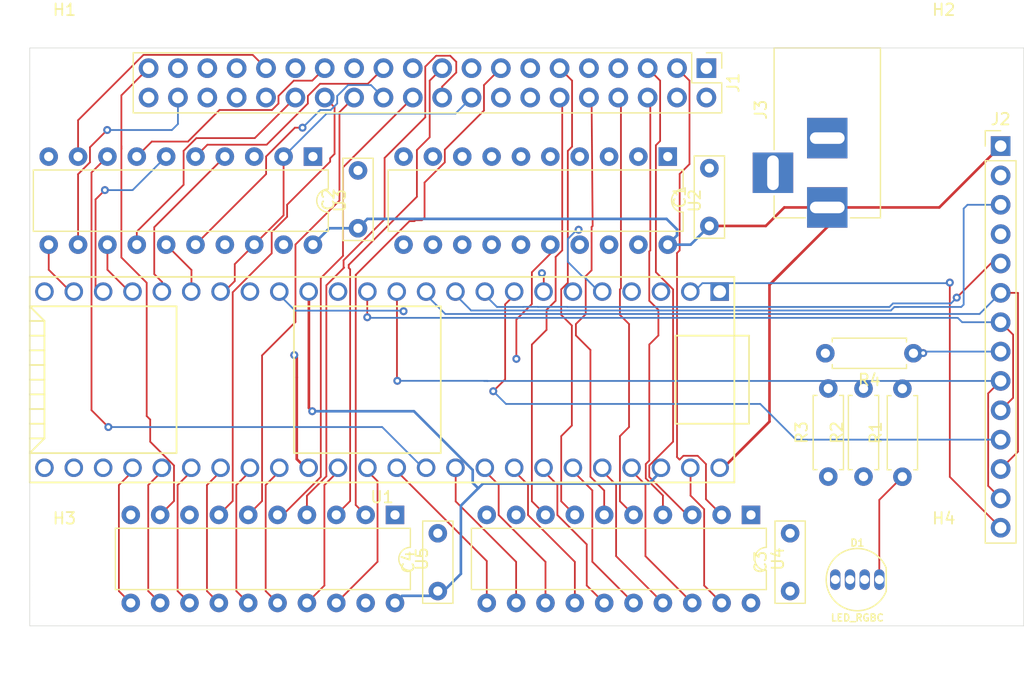
<source format=kicad_pcb>
(kicad_pcb (version 20171130) (host pcbnew "(5.1.10-1-10_14)")

  (general
    (thickness 1.6)
    (drawings 4)
    (tracks 428)
    (zones 0)
    (modules 21)
    (nets 76)
  )

  (page A4)
  (layers
    (0 F.Cu signal)
    (31 B.Cu signal)
    (32 B.Adhes user)
    (33 F.Adhes user)
    (34 B.Paste user)
    (35 F.Paste user)
    (36 B.SilkS user)
    (37 F.SilkS user)
    (38 B.Mask user)
    (39 F.Mask user)
    (40 Dwgs.User user)
    (41 Cmts.User user)
    (42 Eco1.User user)
    (43 Eco2.User user)
    (44 Edge.Cuts user)
    (45 Margin user)
    (46 B.CrtYd user)
    (47 F.CrtYd user)
    (48 B.Fab user)
    (49 F.Fab user)
  )

  (setup
    (last_trace_width 0.1524)
    (trace_clearance 0.1524)
    (zone_clearance 0.508)
    (zone_45_only no)
    (trace_min 0.1524)
    (via_size 0.6858)
    (via_drill 0.3302)
    (via_min_size 0.508)
    (via_min_drill 0.254)
    (uvia_size 0.6858)
    (uvia_drill 0.3302)
    (uvias_allowed no)
    (uvia_min_size 0.2)
    (uvia_min_drill 0.1)
    (edge_width 0.05)
    (segment_width 0.2)
    (pcb_text_width 0.3)
    (pcb_text_size 1.5 1.5)
    (mod_edge_width 0.12)
    (mod_text_size 1 1)
    (mod_text_width 0.15)
    (pad_size 1.524 1.524)
    (pad_drill 0.762)
    (pad_to_mask_clearance 0.0508)
    (aux_axis_origin 0 0)
    (visible_elements FFFFFF7F)
    (pcbplotparams
      (layerselection 0x010fc_ffffffff)
      (usegerberextensions false)
      (usegerberattributes true)
      (usegerberadvancedattributes true)
      (creategerberjobfile true)
      (excludeedgelayer true)
      (linewidth 0.100000)
      (plotframeref false)
      (viasonmask false)
      (mode 1)
      (useauxorigin false)
      (hpglpennumber 1)
      (hpglpenspeed 20)
      (hpglpendiameter 15.000000)
      (psnegative false)
      (psa4output false)
      (plotreference true)
      (plotvalue true)
      (plotinvisibletext false)
      (padsonsilk false)
      (subtractmaskfromsilk false)
      (outputformat 1)
      (mirror false)
      (drillshape 1)
      (scaleselection 1)
      (outputdirectory ""))
  )

  (net 0 "")
  (net 1 /VCC5)
  (net 2 /GND)
  (net 3 /VCC3)
  (net 4 "Net-(D1-Pad1)")
  (net 5 "Net-(D1-Pad2)")
  (net 6 "Net-(D1-Pad3)")
  (net 7 /DSK_RD_CLK)
  (net 8 /DSK_WR_DATA)
  (net 9 /DSK_SRW)
  (net 10 /DSK_SEL1)
  (net 11 /DSK_CYL7)
  (net 12 /DSK_CYL2)
  (net 13 /DSK_CYL4)
  (net 14 /DSK_SEL4)
  (net 15 /DSK_CYL1)
  (net 16 /DSK_CYL3)
  (net 17 /DSK_KSECT2)
  (net 18 /DSK_CYL8)
  (net 19 /DSK_ADR_ACK)
  (net 20 /DSK_SEEK_INCMP)
  (net 21 /DSK_LAI)
  (net 22 /DSK_CYL6)
  (net 23 /DSK_RESTORE)
  (net 24 /DSK_STROBE)
  (net 25 /DSK_KSECT0)
  (net 26 /DSK_KSECT1)
  (net 27 /DSK_WR_GATE)
  (net 28 /DSK_KSECT3)
  (net 29 /DSK_HEAD_SEL)
  (net 30 /DSK_SECTOR)
  (net 31 /DSK_READY)
  (net 32 /DSK_CYL5)
  (net 33 /DSK_RD_DATA)
  (net 34 /DSK_RD_GATE)
  (net 35 /CS)
  (net 36 /DC)
  (net 37 /SDI)
  (net 38 /SCK)
  (net 39 /LED)
  (net 40 /SDO)
  (net 41 /T_CS)
  (net 42 /T_IRQ)
  (net 43 /LED_R)
  (net 44 /LED_G)
  (net 45 /LED_B)
  (net 46 /WR_DATA)
  (net 47 /SEL1)
  (net 48 /CYL7)
  (net 49 /CYL2)
  (net 50 /CYL4)
  (net 51 /SEL4)
  (net 52 /CYL1)
  (net 53 /RD_DATA)
  (net 54 /CYL3)
  (net 55 /CYL8)
  (net 56 /CYL6)
  (net 57 /RESTORE)
  (net 58 /LED_R_PWM)
  (net 59 /LED_G_PWM)
  (net 60 /LED_B_PWM)
  (net 61 /SRW)
  (net 62 /KSECT2)
  (net 63 /STROBE)
  (net 64 /WR_GATE)
  (net 65 /HEAD_SEL)
  (net 66 /CYL5)
  (net 67 /RD_GATE)
  (net 68 /READY)
  (net 69 /SECTOR)
  (net 70 /KSECT3)
  (net 71 /RD_CLK)
  (net 72 /ADR_ACK)
  (net 73 /KSECT1)
  (net 74 /KSECT0)
  (net 75 /SEEK_INCMP)

  (net_class Default "This is the default net class."
    (clearance 0.1524)
    (trace_width 0.1524)
    (via_dia 0.6858)
    (via_drill 0.3302)
    (uvia_dia 0.6858)
    (uvia_drill 0.3302)
    (add_net /ADR_ACK)
    (add_net /CS)
    (add_net /CYL1)
    (add_net /CYL2)
    (add_net /CYL3)
    (add_net /CYL4)
    (add_net /CYL5)
    (add_net /CYL6)
    (add_net /CYL7)
    (add_net /CYL8)
    (add_net /DC)
    (add_net /DSK_ADR_ACK)
    (add_net /DSK_CYL1)
    (add_net /DSK_CYL2)
    (add_net /DSK_CYL3)
    (add_net /DSK_CYL4)
    (add_net /DSK_CYL5)
    (add_net /DSK_CYL6)
    (add_net /DSK_CYL7)
    (add_net /DSK_CYL8)
    (add_net /DSK_HEAD_SEL)
    (add_net /DSK_KSECT0)
    (add_net /DSK_KSECT1)
    (add_net /DSK_KSECT2)
    (add_net /DSK_KSECT3)
    (add_net /DSK_LAI)
    (add_net /DSK_RD_CLK)
    (add_net /DSK_RD_DATA)
    (add_net /DSK_RD_GATE)
    (add_net /DSK_READY)
    (add_net /DSK_RESTORE)
    (add_net /DSK_SECTOR)
    (add_net /DSK_SEEK_INCMP)
    (add_net /DSK_SEL1)
    (add_net /DSK_SEL4)
    (add_net /DSK_SRW)
    (add_net /DSK_STROBE)
    (add_net /DSK_WR_DATA)
    (add_net /DSK_WR_GATE)
    (add_net /HEAD_SEL)
    (add_net /KSECT0)
    (add_net /KSECT1)
    (add_net /KSECT2)
    (add_net /KSECT3)
    (add_net /LED)
    (add_net /LED_B)
    (add_net /LED_B_PWM)
    (add_net /LED_G)
    (add_net /LED_G_PWM)
    (add_net /LED_R)
    (add_net /LED_R_PWM)
    (add_net /RD_CLK)
    (add_net /RD_DATA)
    (add_net /RD_GATE)
    (add_net /READY)
    (add_net /RESTORE)
    (add_net /SCK)
    (add_net /SDI)
    (add_net /SDO)
    (add_net /SECTOR)
    (add_net /SEEK_INCMP)
    (add_net /SEL1)
    (add_net /SEL4)
    (add_net /SRW)
    (add_net /STROBE)
    (add_net /T_CS)
    (add_net /T_IRQ)
    (add_net /WR_DATA)
    (add_net /WR_GATE)
    (add_net "Net-(D1-Pad1)")
    (add_net "Net-(D1-Pad2)")
    (add_net "Net-(D1-Pad3)")
  )

  (net_class Thick ""
    (clearance 0.1524)
    (trace_width 0.2286)
    (via_dia 0.6858)
    (via_drill 0.3302)
    (uvia_dia 0.6858)
    (uvia_drill 0.3302)
    (add_net /GND)
    (add_net /VCC3)
    (add_net /VCC5)
  )

  (module Pin_Headers:Pin_Header_Straight_2x20_Pitch2.54mm (layer F.Cu) (tedit 59650533) (tstamp 60B82E9E)
    (at 58.54 1.75 270)
    (descr "Through hole straight pin header, 2x20, 2.54mm pitch, double rows")
    (tags "Through hole pin header THT 2x20 2.54mm double row")
    (path /60B8FA63)
    (fp_text reference J1 (at 1.27 -2.33 90) (layer F.SilkS)
      (effects (font (size 1 1) (thickness 0.15)))
    )
    (fp_text value Conn_01x40_Female (at 1.27 50.59 90) (layer F.Fab) hide
      (effects (font (size 1 1) (thickness 0.15)))
    )
    (fp_line (start 0 -1.27) (end 3.81 -1.27) (layer F.Fab) (width 0.1))
    (fp_line (start 3.81 -1.27) (end 3.81 49.53) (layer F.Fab) (width 0.1))
    (fp_line (start 3.81 49.53) (end -1.27 49.53) (layer F.Fab) (width 0.1))
    (fp_line (start -1.27 49.53) (end -1.27 0) (layer F.Fab) (width 0.1))
    (fp_line (start -1.27 0) (end 0 -1.27) (layer F.Fab) (width 0.1))
    (fp_line (start -1.33 49.59) (end 3.87 49.59) (layer F.SilkS) (width 0.12))
    (fp_line (start -1.33 1.27) (end -1.33 49.59) (layer F.SilkS) (width 0.12))
    (fp_line (start 3.87 -1.33) (end 3.87 49.59) (layer F.SilkS) (width 0.12))
    (fp_line (start -1.33 1.27) (end 1.27 1.27) (layer F.SilkS) (width 0.12))
    (fp_line (start 1.27 1.27) (end 1.27 -1.33) (layer F.SilkS) (width 0.12))
    (fp_line (start 1.27 -1.33) (end 3.87 -1.33) (layer F.SilkS) (width 0.12))
    (fp_line (start -1.33 0) (end -1.33 -1.33) (layer F.SilkS) (width 0.12))
    (fp_line (start -1.33 -1.33) (end 0 -1.33) (layer F.SilkS) (width 0.12))
    (fp_line (start -1.8 -1.8) (end -1.8 50.05) (layer F.CrtYd) (width 0.05))
    (fp_line (start -1.8 50.05) (end 4.35 50.05) (layer F.CrtYd) (width 0.05))
    (fp_line (start 4.35 50.05) (end 4.35 -1.8) (layer F.CrtYd) (width 0.05))
    (fp_line (start 4.35 -1.8) (end -1.8 -1.8) (layer F.CrtYd) (width 0.05))
    (fp_text user %R (at 1.27 24.13) (layer F.Fab) hide
      (effects (font (size 1 1) (thickness 0.15)))
    )
    (pad 1 thru_hole rect (at 0 0 270) (size 1.7 1.7) (drill 1) (layers *.Cu *.Mask)
      (net 2 /GND))
    (pad 2 thru_hole oval (at 2.54 0 270) (size 1.7 1.7) (drill 1) (layers *.Cu *.Mask)
      (net 7 /DSK_RD_CLK))
    (pad 3 thru_hole oval (at 0 2.54 270) (size 1.7 1.7) (drill 1) (layers *.Cu *.Mask)
      (net 8 /DSK_WR_DATA))
    (pad 4 thru_hole oval (at 2.54 2.54 270) (size 1.7 1.7) (drill 1) (layers *.Cu *.Mask)
      (net 9 /DSK_SRW))
    (pad 5 thru_hole oval (at 0 5.08 270) (size 1.7 1.7) (drill 1) (layers *.Cu *.Mask)
      (net 10 /DSK_SEL1))
    (pad 6 thru_hole oval (at 2.54 5.08 270) (size 1.7 1.7) (drill 1) (layers *.Cu *.Mask)
      (net 11 /DSK_CYL7))
    (pad 7 thru_hole oval (at 0 7.62 270) (size 1.7 1.7) (drill 1) (layers *.Cu *.Mask))
    (pad 8 thru_hole oval (at 2.54 7.62 270) (size 1.7 1.7) (drill 1) (layers *.Cu *.Mask)
      (net 12 /DSK_CYL2))
    (pad 9 thru_hole oval (at 0 10.16 270) (size 1.7 1.7) (drill 1) (layers *.Cu *.Mask))
    (pad 10 thru_hole oval (at 2.54 10.16 270) (size 1.7 1.7) (drill 1) (layers *.Cu *.Mask)
      (net 13 /DSK_CYL4))
    (pad 11 thru_hole oval (at 0 12.7 270) (size 1.7 1.7) (drill 1) (layers *.Cu *.Mask)
      (net 14 /DSK_SEL4))
    (pad 12 thru_hole oval (at 2.54 12.7 270) (size 1.7 1.7) (drill 1) (layers *.Cu *.Mask)
      (net 15 /DSK_CYL1))
    (pad 13 thru_hole oval (at 0 15.24 270) (size 1.7 1.7) (drill 1) (layers *.Cu *.Mask)
      (net 16 /DSK_CYL3))
    (pad 14 thru_hole oval (at 2.54 15.24 270) (size 1.7 1.7) (drill 1) (layers *.Cu *.Mask)
      (net 17 /DSK_KSECT2))
    (pad 15 thru_hole oval (at 0 17.78 270) (size 1.7 1.7) (drill 1) (layers *.Cu *.Mask)
      (net 18 /DSK_CYL8))
    (pad 16 thru_hole oval (at 2.54 17.78 270) (size 1.7 1.7) (drill 1) (layers *.Cu *.Mask)
      (net 19 /DSK_ADR_ACK))
    (pad 17 thru_hole oval (at 0 20.32 270) (size 1.7 1.7) (drill 1) (layers *.Cu *.Mask)
      (net 20 /DSK_SEEK_INCMP))
    (pad 18 thru_hole oval (at 2.54 20.32 270) (size 1.7 1.7) (drill 1) (layers *.Cu *.Mask)
      (net 21 /DSK_LAI))
    (pad 19 thru_hole oval (at 0 22.86 270) (size 1.7 1.7) (drill 1) (layers *.Cu *.Mask)
      (net 22 /DSK_CYL6))
    (pad 20 thru_hole oval (at 2.54 22.86 270) (size 1.7 1.7) (drill 1) (layers *.Cu *.Mask)
      (net 23 /DSK_RESTORE))
    (pad 21 thru_hole oval (at 0 25.4 270) (size 1.7 1.7) (drill 1) (layers *.Cu *.Mask))
    (pad 22 thru_hole oval (at 2.54 25.4 270) (size 1.7 1.7) (drill 1) (layers *.Cu *.Mask)
      (net 24 /DSK_STROBE))
    (pad 23 thru_hole oval (at 0 27.94 270) (size 1.7 1.7) (drill 1) (layers *.Cu *.Mask)
      (net 25 /DSK_KSECT0))
    (pad 24 thru_hole oval (at 2.54 27.94 270) (size 1.7 1.7) (drill 1) (layers *.Cu *.Mask)
      (net 26 /DSK_KSECT1))
    (pad 25 thru_hole oval (at 0 30.48 270) (size 1.7 1.7) (drill 1) (layers *.Cu *.Mask))
    (pad 26 thru_hole oval (at 2.54 30.48 270) (size 1.7 1.7) (drill 1) (layers *.Cu *.Mask)
      (net 27 /DSK_WR_GATE))
    (pad 27 thru_hole oval (at 0 33.02 270) (size 1.7 1.7) (drill 1) (layers *.Cu *.Mask)
      (net 28 /DSK_KSECT3))
    (pad 28 thru_hole oval (at 2.54 33.02 270) (size 1.7 1.7) (drill 1) (layers *.Cu *.Mask)
      (net 29 /DSK_HEAD_SEL))
    (pad 29 thru_hole oval (at 0 35.56 270) (size 1.7 1.7) (drill 1) (layers *.Cu *.Mask))
    (pad 30 thru_hole oval (at 2.54 35.56 270) (size 1.7 1.7) (drill 1) (layers *.Cu *.Mask)
      (net 30 /DSK_SECTOR))
    (pad 31 thru_hole oval (at 0 38.1 270) (size 1.7 1.7) (drill 1) (layers *.Cu *.Mask)
      (net 31 /DSK_READY))
    (pad 32 thru_hole oval (at 2.54 38.1 270) (size 1.7 1.7) (drill 1) (layers *.Cu *.Mask))
    (pad 33 thru_hole oval (at 0 40.64 270) (size 1.7 1.7) (drill 1) (layers *.Cu *.Mask))
    (pad 34 thru_hole oval (at 2.54 40.64 270) (size 1.7 1.7) (drill 1) (layers *.Cu *.Mask))
    (pad 35 thru_hole oval (at 0 43.18 270) (size 1.7 1.7) (drill 1) (layers *.Cu *.Mask))
    (pad 36 thru_hole oval (at 2.54 43.18 270) (size 1.7 1.7) (drill 1) (layers *.Cu *.Mask))
    (pad 37 thru_hole oval (at 0 45.72 270) (size 1.7 1.7) (drill 1) (layers *.Cu *.Mask)
      (net 32 /DSK_CYL5))
    (pad 38 thru_hole oval (at 2.54 45.72 270) (size 1.7 1.7) (drill 1) (layers *.Cu *.Mask)
      (net 33 /DSK_RD_DATA))
    (pad 39 thru_hole oval (at 0 48.26 270) (size 1.7 1.7) (drill 1) (layers *.Cu *.Mask)
      (net 34 /DSK_RD_GATE))
    (pad 40 thru_hole oval (at 2.54 48.26 270) (size 1.7 1.7) (drill 1) (layers *.Cu *.Mask)
      (net 2 /GND))
    (model ${KISYS3DMOD}/Pin_Headers.3dshapes/Pin_Header_Straight_2x20_Pitch2.54mm.wrl
      (at (xyz 0 0 0))
      (scale (xyz 1 1 1))
      (rotate (xyz 0 0 0))
    )
  )

  (module Housings_DIP:DIP-20_W7.62mm (layer F.Cu) (tedit 59C78D6B) (tstamp 60B82F31)
    (at 31.6 40.4 270)
    (descr "20-lead though-hole mounted DIP package, row spacing 7.62 mm (300 mils)")
    (tags "THT DIP DIL PDIP 2.54mm 7.62mm 300mil")
    (path /60BE3C18)
    (fp_text reference U5 (at 3.81 -2.33 90) (layer F.SilkS)
      (effects (font (size 1 1) (thickness 0.15)))
    )
    (fp_text value 74LVC245 (at 3.81 25.19 90) (layer F.Fab)
      (effects (font (size 1 1) (thickness 0.15)))
    )
    (fp_line (start 1.635 -1.27) (end 6.985 -1.27) (layer F.Fab) (width 0.1))
    (fp_line (start 6.985 -1.27) (end 6.985 24.13) (layer F.Fab) (width 0.1))
    (fp_line (start 6.985 24.13) (end 0.635 24.13) (layer F.Fab) (width 0.1))
    (fp_line (start 0.635 24.13) (end 0.635 -0.27) (layer F.Fab) (width 0.1))
    (fp_line (start 0.635 -0.27) (end 1.635 -1.27) (layer F.Fab) (width 0.1))
    (fp_line (start 2.81 -1.33) (end 1.16 -1.33) (layer F.SilkS) (width 0.12))
    (fp_line (start 1.16 -1.33) (end 1.16 24.19) (layer F.SilkS) (width 0.12))
    (fp_line (start 1.16 24.19) (end 6.46 24.19) (layer F.SilkS) (width 0.12))
    (fp_line (start 6.46 24.19) (end 6.46 -1.33) (layer F.SilkS) (width 0.12))
    (fp_line (start 6.46 -1.33) (end 4.81 -1.33) (layer F.SilkS) (width 0.12))
    (fp_line (start -1.1 -1.55) (end -1.1 24.4) (layer F.CrtYd) (width 0.05))
    (fp_line (start -1.1 24.4) (end 8.7 24.4) (layer F.CrtYd) (width 0.05))
    (fp_line (start 8.7 24.4) (end 8.7 -1.55) (layer F.CrtYd) (width 0.05))
    (fp_line (start 8.7 -1.55) (end -1.1 -1.55) (layer F.CrtYd) (width 0.05))
    (fp_arc (start 3.81 -1.33) (end 2.81 -1.33) (angle -180) (layer F.SilkS) (width 0.12))
    (fp_text user %R (at 3.81 11.43 90) (layer F.Fab)
      (effects (font (size 1 1) (thickness 0.15)))
    )
    (pad 1 thru_hole rect (at 0 0 270) (size 1.6 1.6) (drill 0.8) (layers *.Cu *.Mask)
      (net 3 /VCC3))
    (pad 11 thru_hole oval (at 7.62 22.86 270) (size 1.6 1.6) (drill 0.8) (layers *.Cu *.Mask)
      (net 67 /RD_GATE))
    (pad 2 thru_hole oval (at 0 2.54 270) (size 1.6 1.6) (drill 0.8) (layers *.Cu *.Mask)
      (net 18 /DSK_CYL8))
    (pad 12 thru_hole oval (at 7.62 20.32 270) (size 1.6 1.6) (drill 0.8) (layers *.Cu *.Mask)
      (net 66 /CYL5))
    (pad 3 thru_hole oval (at 0 5.08 270) (size 1.6 1.6) (drill 0.8) (layers *.Cu *.Mask)
      (net 22 /DSK_CYL6))
    (pad 13 thru_hole oval (at 7.62 17.78 270) (size 1.6 1.6) (drill 0.8) (layers *.Cu *.Mask)
      (net 65 /HEAD_SEL))
    (pad 4 thru_hole oval (at 0 7.62 270) (size 1.6 1.6) (drill 0.8) (layers *.Cu *.Mask)
      (net 23 /DSK_RESTORE))
    (pad 14 thru_hole oval (at 7.62 15.24 270) (size 1.6 1.6) (drill 0.8) (layers *.Cu *.Mask)
      (net 64 /WR_GATE))
    (pad 5 thru_hole oval (at 0 10.16 270) (size 1.6 1.6) (drill 0.8) (layers *.Cu *.Mask)
      (net 24 /DSK_STROBE))
    (pad 15 thru_hole oval (at 7.62 12.7 270) (size 1.6 1.6) (drill 0.8) (layers *.Cu *.Mask)
      (net 63 /STROBE))
    (pad 6 thru_hole oval (at 0 12.7 270) (size 1.6 1.6) (drill 0.8) (layers *.Cu *.Mask)
      (net 27 /DSK_WR_GATE))
    (pad 16 thru_hole oval (at 7.62 10.16 270) (size 1.6 1.6) (drill 0.8) (layers *.Cu *.Mask)
      (net 57 /RESTORE))
    (pad 7 thru_hole oval (at 0 15.24 270) (size 1.6 1.6) (drill 0.8) (layers *.Cu *.Mask)
      (net 29 /DSK_HEAD_SEL))
    (pad 17 thru_hole oval (at 7.62 7.62 270) (size 1.6 1.6) (drill 0.8) (layers *.Cu *.Mask)
      (net 56 /CYL6))
    (pad 8 thru_hole oval (at 0 17.78 270) (size 1.6 1.6) (drill 0.8) (layers *.Cu *.Mask)
      (net 32 /DSK_CYL5))
    (pad 18 thru_hole oval (at 7.62 5.08 270) (size 1.6 1.6) (drill 0.8) (layers *.Cu *.Mask)
      (net 55 /CYL8))
    (pad 9 thru_hole oval (at 0 20.32 270) (size 1.6 1.6) (drill 0.8) (layers *.Cu *.Mask)
      (net 34 /DSK_RD_GATE))
    (pad 19 thru_hole oval (at 7.62 2.54 270) (size 1.6 1.6) (drill 0.8) (layers *.Cu *.Mask)
      (net 2 /GND))
    (pad 10 thru_hole oval (at 0 22.86 270) (size 1.6 1.6) (drill 0.8) (layers *.Cu *.Mask)
      (net 2 /GND))
    (pad 20 thru_hole oval (at 7.62 0 270) (size 1.6 1.6) (drill 0.8) (layers *.Cu *.Mask)
      (net 3 /VCC3))
    (model ${KISYS3DMOD}/Housings_DIP.3dshapes/DIP-20_W7.62mm.wrl
      (at (xyz 0 0 0))
      (scale (xyz 1 1 1))
      (rotate (xyz 0 0 0))
    )
  )

  (module Housings_DIP:DIP-20_W7.62mm (layer F.Cu) (tedit 59C78D6B) (tstamp 60B82F2E)
    (at 62.4 40.4 270)
    (descr "20-lead though-hole mounted DIP package, row spacing 7.62 mm (300 mils)")
    (tags "THT DIP DIL PDIP 2.54mm 7.62mm 300mil")
    (path /60BE1DF5)
    (fp_text reference U4 (at 3.81 -2.33 90) (layer F.SilkS)
      (effects (font (size 1 1) (thickness 0.15)))
    )
    (fp_text value 74LVC245 (at 3.81 25.19 90) (layer F.Fab)
      (effects (font (size 1 1) (thickness 0.15)))
    )
    (fp_line (start 1.635 -1.27) (end 6.985 -1.27) (layer F.Fab) (width 0.1))
    (fp_line (start 6.985 -1.27) (end 6.985 24.13) (layer F.Fab) (width 0.1))
    (fp_line (start 6.985 24.13) (end 0.635 24.13) (layer F.Fab) (width 0.1))
    (fp_line (start 0.635 24.13) (end 0.635 -0.27) (layer F.Fab) (width 0.1))
    (fp_line (start 0.635 -0.27) (end 1.635 -1.27) (layer F.Fab) (width 0.1))
    (fp_line (start 2.81 -1.33) (end 1.16 -1.33) (layer F.SilkS) (width 0.12))
    (fp_line (start 1.16 -1.33) (end 1.16 24.19) (layer F.SilkS) (width 0.12))
    (fp_line (start 1.16 24.19) (end 6.46 24.19) (layer F.SilkS) (width 0.12))
    (fp_line (start 6.46 24.19) (end 6.46 -1.33) (layer F.SilkS) (width 0.12))
    (fp_line (start 6.46 -1.33) (end 4.81 -1.33) (layer F.SilkS) (width 0.12))
    (fp_line (start -1.1 -1.55) (end -1.1 24.4) (layer F.CrtYd) (width 0.05))
    (fp_line (start -1.1 24.4) (end 8.7 24.4) (layer F.CrtYd) (width 0.05))
    (fp_line (start 8.7 24.4) (end 8.7 -1.55) (layer F.CrtYd) (width 0.05))
    (fp_line (start 8.7 -1.55) (end -1.1 -1.55) (layer F.CrtYd) (width 0.05))
    (fp_arc (start 3.81 -1.33) (end 2.81 -1.33) (angle -180) (layer F.SilkS) (width 0.12))
    (fp_text user %R (at 3.81 11.43 90) (layer F.Fab)
      (effects (font (size 1 1) (thickness 0.15)))
    )
    (pad 1 thru_hole rect (at 0 0 270) (size 1.6 1.6) (drill 0.8) (layers *.Cu *.Mask)
      (net 3 /VCC3))
    (pad 11 thru_hole oval (at 7.62 22.86 270) (size 1.6 1.6) (drill 0.8) (layers *.Cu *.Mask)
      (net 54 /CYL3))
    (pad 2 thru_hole oval (at 0 2.54 270) (size 1.6 1.6) (drill 0.8) (layers *.Cu *.Mask)
      (net 8 /DSK_WR_DATA))
    (pad 12 thru_hole oval (at 7.62 20.32 270) (size 1.6 1.6) (drill 0.8) (layers *.Cu *.Mask)
      (net 52 /CYL1))
    (pad 3 thru_hole oval (at 0 5.08 270) (size 1.6 1.6) (drill 0.8) (layers *.Cu *.Mask)
      (net 10 /DSK_SEL1))
    (pad 13 thru_hole oval (at 7.62 17.78 270) (size 1.6 1.6) (drill 0.8) (layers *.Cu *.Mask)
      (net 51 /SEL4))
    (pad 4 thru_hole oval (at 0 7.62 270) (size 1.6 1.6) (drill 0.8) (layers *.Cu *.Mask)
      (net 11 /DSK_CYL7))
    (pad 14 thru_hole oval (at 7.62 15.24 270) (size 1.6 1.6) (drill 0.8) (layers *.Cu *.Mask)
      (net 50 /CYL4))
    (pad 5 thru_hole oval (at 0 10.16 270) (size 1.6 1.6) (drill 0.8) (layers *.Cu *.Mask)
      (net 12 /DSK_CYL2))
    (pad 15 thru_hole oval (at 7.62 12.7 270) (size 1.6 1.6) (drill 0.8) (layers *.Cu *.Mask)
      (net 49 /CYL2))
    (pad 6 thru_hole oval (at 0 12.7 270) (size 1.6 1.6) (drill 0.8) (layers *.Cu *.Mask)
      (net 13 /DSK_CYL4))
    (pad 16 thru_hole oval (at 7.62 10.16 270) (size 1.6 1.6) (drill 0.8) (layers *.Cu *.Mask)
      (net 48 /CYL7))
    (pad 7 thru_hole oval (at 0 15.24 270) (size 1.6 1.6) (drill 0.8) (layers *.Cu *.Mask)
      (net 14 /DSK_SEL4))
    (pad 17 thru_hole oval (at 7.62 7.62 270) (size 1.6 1.6) (drill 0.8) (layers *.Cu *.Mask)
      (net 47 /SEL1))
    (pad 8 thru_hole oval (at 0 17.78 270) (size 1.6 1.6) (drill 0.8) (layers *.Cu *.Mask)
      (net 15 /DSK_CYL1))
    (pad 18 thru_hole oval (at 7.62 5.08 270) (size 1.6 1.6) (drill 0.8) (layers *.Cu *.Mask)
      (net 46 /WR_DATA))
    (pad 9 thru_hole oval (at 0 20.32 270) (size 1.6 1.6) (drill 0.8) (layers *.Cu *.Mask)
      (net 16 /DSK_CYL3))
    (pad 19 thru_hole oval (at 7.62 2.54 270) (size 1.6 1.6) (drill 0.8) (layers *.Cu *.Mask)
      (net 2 /GND))
    (pad 10 thru_hole oval (at 0 22.86 270) (size 1.6 1.6) (drill 0.8) (layers *.Cu *.Mask)
      (net 2 /GND))
    (pad 20 thru_hole oval (at 7.62 0 270) (size 1.6 1.6) (drill 0.8) (layers *.Cu *.Mask)
      (net 3 /VCC3))
    (model ${KISYS3DMOD}/Housings_DIP.3dshapes/DIP-20_W7.62mm.wrl
      (at (xyz 0 0 0))
      (scale (xyz 1 1 1))
      (rotate (xyz 0 0 0))
    )
  )

  (module Housings_DIP:DIP-20_W7.62mm (layer F.Cu) (tedit 59C78D6B) (tstamp 60B82F2B)
    (at 24.5 9.4 270)
    (descr "20-lead though-hole mounted DIP package, row spacing 7.62 mm (300 mils)")
    (tags "THT DIP DIL PDIP 2.54mm 7.62mm 300mil")
    (path /60B83719)
    (fp_text reference U3 (at 3.81 -2.33 90) (layer F.SilkS)
      (effects (font (size 1 1) (thickness 0.15)))
    )
    (fp_text value 74ACT240 (at 3.81 25.19 90) (layer F.Fab)
      (effects (font (size 1 1) (thickness 0.15)))
    )
    (fp_line (start 1.635 -1.27) (end 6.985 -1.27) (layer F.Fab) (width 0.1))
    (fp_line (start 6.985 -1.27) (end 6.985 24.13) (layer F.Fab) (width 0.1))
    (fp_line (start 6.985 24.13) (end 0.635 24.13) (layer F.Fab) (width 0.1))
    (fp_line (start 0.635 24.13) (end 0.635 -0.27) (layer F.Fab) (width 0.1))
    (fp_line (start 0.635 -0.27) (end 1.635 -1.27) (layer F.Fab) (width 0.1))
    (fp_line (start 2.81 -1.33) (end 1.16 -1.33) (layer F.SilkS) (width 0.12))
    (fp_line (start 1.16 -1.33) (end 1.16 24.19) (layer F.SilkS) (width 0.12))
    (fp_line (start 1.16 24.19) (end 6.46 24.19) (layer F.SilkS) (width 0.12))
    (fp_line (start 6.46 24.19) (end 6.46 -1.33) (layer F.SilkS) (width 0.12))
    (fp_line (start 6.46 -1.33) (end 4.81 -1.33) (layer F.SilkS) (width 0.12))
    (fp_line (start -1.1 -1.55) (end -1.1 24.4) (layer F.CrtYd) (width 0.05))
    (fp_line (start -1.1 24.4) (end 8.7 24.4) (layer F.CrtYd) (width 0.05))
    (fp_line (start 8.7 24.4) (end 8.7 -1.55) (layer F.CrtYd) (width 0.05))
    (fp_line (start 8.7 -1.55) (end -1.1 -1.55) (layer F.CrtYd) (width 0.05))
    (fp_arc (start 3.81 -1.33) (end 2.81 -1.33) (angle -180) (layer F.SilkS) (width 0.12))
    (fp_text user %R (at 3.81 11.43 90) (layer F.Fab)
      (effects (font (size 1 1) (thickness 0.15)))
    )
    (pad 1 thru_hole rect (at 0 0 270) (size 1.6 1.6) (drill 0.8) (layers *.Cu *.Mask)
      (net 2 /GND))
    (pad 11 thru_hole oval (at 7.62 22.86 270) (size 1.6 1.6) (drill 0.8) (layers *.Cu *.Mask)
      (net 68 /READY))
    (pad 2 thru_hole oval (at 0 2.54 270) (size 1.6 1.6) (drill 0.8) (layers *.Cu *.Mask)
      (net 21 /DSK_LAI))
    (pad 12 thru_hole oval (at 7.62 20.32 270) (size 1.6 1.6) (drill 0.8) (layers *.Cu *.Mask)
      (net 33 /DSK_RD_DATA))
    (pad 3 thru_hole oval (at 0 5.08 270) (size 1.6 1.6) (drill 0.8) (layers *.Cu *.Mask))
    (pad 13 thru_hole oval (at 7.62 17.78 270) (size 1.6 1.6) (drill 0.8) (layers *.Cu *.Mask)
      (net 70 /KSECT3))
    (pad 4 thru_hole oval (at 0 7.62 270) (size 1.6 1.6) (drill 0.8) (layers *.Cu *.Mask)
      (net 73 /KSECT1))
    (pad 14 thru_hole oval (at 7.62 15.24 270) (size 1.6 1.6) (drill 0.8) (layers *.Cu *.Mask)
      (net 30 /DSK_SECTOR))
    (pad 5 thru_hole oval (at 0 10.16 270) (size 1.6 1.6) (drill 0.8) (layers *.Cu *.Mask)
      (net 25 /DSK_KSECT0))
    (pad 15 thru_hole oval (at 7.62 12.7 270) (size 1.6 1.6) (drill 0.8) (layers *.Cu *.Mask)
      (net 74 /KSECT0))
    (pad 6 thru_hole oval (at 0 12.7 270) (size 1.6 1.6) (drill 0.8) (layers *.Cu *.Mask)
      (net 69 /SECTOR))
    (pad 16 thru_hole oval (at 7.62 10.16 270) (size 1.6 1.6) (drill 0.8) (layers *.Cu *.Mask)
      (net 26 /DSK_KSECT1))
    (pad 7 thru_hole oval (at 0 15.24 270) (size 1.6 1.6) (drill 0.8) (layers *.Cu *.Mask)
      (net 28 /DSK_KSECT3))
    (pad 17 thru_hole oval (at 7.62 7.62 270) (size 1.6 1.6) (drill 0.8) (layers *.Cu *.Mask)
      (net 2 /GND))
    (pad 8 thru_hole oval (at 0 17.78 270) (size 1.6 1.6) (drill 0.8) (layers *.Cu *.Mask)
      (net 53 /RD_DATA))
    (pad 18 thru_hole oval (at 7.62 5.08 270) (size 1.6 1.6) (drill 0.8) (layers *.Cu *.Mask)
      (net 21 /DSK_LAI))
    (pad 9 thru_hole oval (at 0 20.32 270) (size 1.6 1.6) (drill 0.8) (layers *.Cu *.Mask)
      (net 31 /DSK_READY))
    (pad 19 thru_hole oval (at 7.62 2.54 270) (size 1.6 1.6) (drill 0.8) (layers *.Cu *.Mask)
      (net 2 /GND))
    (pad 10 thru_hole oval (at 0 22.86 270) (size 1.6 1.6) (drill 0.8) (layers *.Cu *.Mask)
      (net 2 /GND))
    (pad 20 thru_hole oval (at 7.62 0 270) (size 1.6 1.6) (drill 0.8) (layers *.Cu *.Mask)
      (net 1 /VCC5))
    (model ${KISYS3DMOD}/Housings_DIP.3dshapes/DIP-20_W7.62mm.wrl
      (at (xyz 0 0 0))
      (scale (xyz 1 1 1))
      (rotate (xyz 0 0 0))
    )
  )

  (module Housings_DIP:DIP-20_W7.62mm (layer F.Cu) (tedit 59C78D6B) (tstamp 60B86A49)
    (at 55.2 9.4 270)
    (descr "20-lead though-hole mounted DIP package, row spacing 7.62 mm (300 mils)")
    (tags "THT DIP DIL PDIP 2.54mm 7.62mm 300mil")
    (path /60B8262F)
    (fp_text reference U2 (at 3.81 -2.33 90) (layer F.SilkS)
      (effects (font (size 1 1) (thickness 0.15)))
    )
    (fp_text value 74ACT240 (at 3.81 25.19 90) (layer F.Fab)
      (effects (font (size 1 1) (thickness 0.15)))
    )
    (fp_line (start 8.7 -1.55) (end -1.1 -1.55) (layer F.CrtYd) (width 0.05))
    (fp_line (start 8.7 24.4) (end 8.7 -1.55) (layer F.CrtYd) (width 0.05))
    (fp_line (start -1.1 24.4) (end 8.7 24.4) (layer F.CrtYd) (width 0.05))
    (fp_line (start -1.1 -1.55) (end -1.1 24.4) (layer F.CrtYd) (width 0.05))
    (fp_line (start 6.46 -1.33) (end 4.81 -1.33) (layer F.SilkS) (width 0.12))
    (fp_line (start 6.46 24.19) (end 6.46 -1.33) (layer F.SilkS) (width 0.12))
    (fp_line (start 1.16 24.19) (end 6.46 24.19) (layer F.SilkS) (width 0.12))
    (fp_line (start 1.16 -1.33) (end 1.16 24.19) (layer F.SilkS) (width 0.12))
    (fp_line (start 2.81 -1.33) (end 1.16 -1.33) (layer F.SilkS) (width 0.12))
    (fp_line (start 0.635 -0.27) (end 1.635 -1.27) (layer F.Fab) (width 0.1))
    (fp_line (start 0.635 24.13) (end 0.635 -0.27) (layer F.Fab) (width 0.1))
    (fp_line (start 6.985 24.13) (end 0.635 24.13) (layer F.Fab) (width 0.1))
    (fp_line (start 6.985 -1.27) (end 6.985 24.13) (layer F.Fab) (width 0.1))
    (fp_line (start 1.635 -1.27) (end 6.985 -1.27) (layer F.Fab) (width 0.1))
    (fp_text user %R (at 3.81 11.43 90) (layer F.Fab)
      (effects (font (size 1 1) (thickness 0.15)))
    )
    (fp_arc (start 3.81 -1.33) (end 2.81 -1.33) (angle -180) (layer F.SilkS) (width 0.12))
    (pad 20 thru_hole oval (at 7.62 0 270) (size 1.6 1.6) (drill 0.8) (layers *.Cu *.Mask)
      (net 1 /VCC5))
    (pad 10 thru_hole oval (at 0 22.86 270) (size 1.6 1.6) (drill 0.8) (layers *.Cu *.Mask)
      (net 2 /GND))
    (pad 19 thru_hole oval (at 7.62 2.54 270) (size 1.6 1.6) (drill 0.8) (layers *.Cu *.Mask)
      (net 2 /GND))
    (pad 9 thru_hole oval (at 0 20.32 270) (size 1.6 1.6) (drill 0.8) (layers *.Cu *.Mask)
      (net 20 /DSK_SEEK_INCMP))
    (pad 18 thru_hole oval (at 7.62 5.08 270) (size 1.6 1.6) (drill 0.8) (layers *.Cu *.Mask)
      (net 7 /DSK_RD_CLK))
    (pad 8 thru_hole oval (at 0 17.78 270) (size 1.6 1.6) (drill 0.8) (layers *.Cu *.Mask)
      (net 72 /ADR_ACK))
    (pad 17 thru_hole oval (at 7.62 7.62 270) (size 1.6 1.6) (drill 0.8) (layers *.Cu *.Mask)
      (net 61 /SRW))
    (pad 7 thru_hole oval (at 0 15.24 270) (size 1.6 1.6) (drill 0.8) (layers *.Cu *.Mask)
      (net 45 /LED_B))
    (pad 16 thru_hole oval (at 7.62 10.16 270) (size 1.6 1.6) (drill 0.8) (layers *.Cu *.Mask)
      (net 17 /DSK_KSECT2))
    (pad 6 thru_hole oval (at 0 12.7 270) (size 1.6 1.6) (drill 0.8) (layers *.Cu *.Mask)
      (net 59 /LED_G_PWM))
    (pad 15 thru_hole oval (at 7.62 12.7 270) (size 1.6 1.6) (drill 0.8) (layers *.Cu *.Mask)
      (net 58 /LED_R_PWM))
    (pad 5 thru_hole oval (at 0 10.16 270) (size 1.6 1.6) (drill 0.8) (layers *.Cu *.Mask)
      (net 43 /LED_R))
    (pad 14 thru_hole oval (at 7.62 15.24 270) (size 1.6 1.6) (drill 0.8) (layers *.Cu *.Mask)
      (net 44 /LED_G))
    (pad 4 thru_hole oval (at 0 7.62 270) (size 1.6 1.6) (drill 0.8) (layers *.Cu *.Mask)
      (net 62 /KSECT2))
    (pad 13 thru_hole oval (at 7.62 17.78 270) (size 1.6 1.6) (drill 0.8) (layers *.Cu *.Mask)
      (net 60 /LED_B_PWM))
    (pad 3 thru_hole oval (at 0 5.08 270) (size 1.6 1.6) (drill 0.8) (layers *.Cu *.Mask)
      (net 9 /DSK_SRW))
    (pad 12 thru_hole oval (at 7.62 20.32 270) (size 1.6 1.6) (drill 0.8) (layers *.Cu *.Mask)
      (net 19 /DSK_ADR_ACK))
    (pad 2 thru_hole oval (at 0 2.54 270) (size 1.6 1.6) (drill 0.8) (layers *.Cu *.Mask)
      (net 71 /RD_CLK))
    (pad 11 thru_hole oval (at 7.62 22.86 270) (size 1.6 1.6) (drill 0.8) (layers *.Cu *.Mask)
      (net 75 /SEEK_INCMP))
    (pad 1 thru_hole rect (at 0 0 270) (size 1.6 1.6) (drill 0.8) (layers *.Cu *.Mask)
      (net 2 /GND))
    (model ${KISYS3DMOD}/Housings_DIP.3dshapes/DIP-20_W7.62mm.wrl
      (at (xyz 0 0 0))
      (scale (xyz 1 1 1))
      (rotate (xyz 0 0 0))
    )
  )

  (module Connect:BARREL_JACK (layer F.Cu) (tedit 5861378E) (tstamp 60B82EA4)
    (at 69 13.8 270)
    (descr "DC Barrel Jack")
    (tags "Power Jack")
    (path /60B8A21D)
    (fp_text reference J3 (at -8.45 5.75 270) (layer F.SilkS)
      (effects (font (size 1 1) (thickness 0.15)))
    )
    (fp_text value Jack-DC (at -6.2 -5.5 90) (layer F.Fab) hide
      (effects (font (size 1 1) (thickness 0.15)))
    )
    (fp_line (start 1 -4.5) (end 1 -4.75) (layer F.CrtYd) (width 0.05))
    (fp_line (start 1 -4.75) (end -14 -4.75) (layer F.CrtYd) (width 0.05))
    (fp_line (start 1 -4.5) (end 1 -2) (layer F.CrtYd) (width 0.05))
    (fp_line (start 1 -2) (end 2 -2) (layer F.CrtYd) (width 0.05))
    (fp_line (start 2 -2) (end 2 2) (layer F.CrtYd) (width 0.05))
    (fp_line (start 2 2) (end 1 2) (layer F.CrtYd) (width 0.05))
    (fp_line (start 1 2) (end 1 4.75) (layer F.CrtYd) (width 0.05))
    (fp_line (start 1 4.75) (end -1 4.75) (layer F.CrtYd) (width 0.05))
    (fp_line (start -1 4.75) (end -1 6.75) (layer F.CrtYd) (width 0.05))
    (fp_line (start -1 6.75) (end -5 6.75) (layer F.CrtYd) (width 0.05))
    (fp_line (start -5 6.75) (end -5 4.75) (layer F.CrtYd) (width 0.05))
    (fp_line (start -5 4.75) (end -14 4.75) (layer F.CrtYd) (width 0.05))
    (fp_line (start -14 4.75) (end -14 -4.75) (layer F.CrtYd) (width 0.05))
    (fp_line (start -5 4.6) (end -13.8 4.6) (layer F.SilkS) (width 0.12))
    (fp_line (start -13.8 4.6) (end -13.8 -4.6) (layer F.SilkS) (width 0.12))
    (fp_line (start 0.9 1.9) (end 0.9 4.6) (layer F.SilkS) (width 0.12))
    (fp_line (start 0.9 4.6) (end -1 4.6) (layer F.SilkS) (width 0.12))
    (fp_line (start -13.8 -4.6) (end 0.9 -4.6) (layer F.SilkS) (width 0.12))
    (fp_line (start 0.9 -4.6) (end 0.9 -2) (layer F.SilkS) (width 0.12))
    (fp_line (start -10.2 -4.5) (end -10.2 4.5) (layer F.Fab) (width 0.1))
    (fp_line (start -13.7 -4.5) (end -13.7 4.5) (layer F.Fab) (width 0.1))
    (fp_line (start -13.7 4.5) (end 0.8 4.5) (layer F.Fab) (width 0.1))
    (fp_line (start 0.8 4.5) (end 0.8 -4.5) (layer F.Fab) (width 0.1))
    (fp_line (start 0.8 -4.5) (end -13.7 -4.5) (layer F.Fab) (width 0.1))
    (pad 1 thru_hole rect (at 0 0 270) (size 3.5 3.5) (drill oval 1 3) (layers *.Cu *.Mask)
      (net 1 /VCC5))
    (pad 2 thru_hole rect (at -6 0 270) (size 3.5 3.5) (drill oval 1 3) (layers *.Cu *.Mask)
      (net 2 /GND))
    (pad 3 thru_hole rect (at -3 4.7 270) (size 3.5 3.5) (drill oval 3 1) (layers *.Cu *.Mask))
  )

  (module Pin_Headers:Pin_Header_Straight_1x14_Pitch2.54mm (layer F.Cu) (tedit 59650532) (tstamp 60B85112)
    (at 84 8.49)
    (descr "Through hole straight pin header, 1x14, 2.54mm pitch, single row")
    (tags "Through hole pin header THT 1x14 2.54mm single row")
    (path /60B9DDEC)
    (fp_text reference J2 (at 0 -2.33) (layer F.SilkS)
      (effects (font (size 1 1) (thickness 0.15)))
    )
    (fp_text value Conn_01x14_Female (at 0 35.35) (layer F.Fab) hide
      (effects (font (size 1 1) (thickness 0.15)))
    )
    (fp_line (start -0.635 -1.27) (end 1.27 -1.27) (layer F.Fab) (width 0.1))
    (fp_line (start 1.27 -1.27) (end 1.27 34.29) (layer F.Fab) (width 0.1))
    (fp_line (start 1.27 34.29) (end -1.27 34.29) (layer F.Fab) (width 0.1))
    (fp_line (start -1.27 34.29) (end -1.27 -0.635) (layer F.Fab) (width 0.1))
    (fp_line (start -1.27 -0.635) (end -0.635 -1.27) (layer F.Fab) (width 0.1))
    (fp_line (start -1.33 34.35) (end 1.33 34.35) (layer F.SilkS) (width 0.12))
    (fp_line (start -1.33 1.27) (end -1.33 34.35) (layer F.SilkS) (width 0.12))
    (fp_line (start 1.33 1.27) (end 1.33 34.35) (layer F.SilkS) (width 0.12))
    (fp_line (start -1.33 1.27) (end 1.33 1.27) (layer F.SilkS) (width 0.12))
    (fp_line (start -1.33 0) (end -1.33 -1.33) (layer F.SilkS) (width 0.12))
    (fp_line (start -1.33 -1.33) (end 0 -1.33) (layer F.SilkS) (width 0.12))
    (fp_line (start -1.8 -1.8) (end -1.8 34.8) (layer F.CrtYd) (width 0.05))
    (fp_line (start -1.8 34.8) (end 1.8 34.8) (layer F.CrtYd) (width 0.05))
    (fp_line (start 1.8 34.8) (end 1.8 -1.8) (layer F.CrtYd) (width 0.05))
    (fp_line (start 1.8 -1.8) (end -1.8 -1.8) (layer F.CrtYd) (width 0.05))
    (fp_text user %R (at 0 16.51 90) (layer F.Fab) hide
      (effects (font (size 1 1) (thickness 0.15)))
    )
    (pad 1 thru_hole rect (at 0 0) (size 1.7 1.7) (drill 1) (layers *.Cu *.Mask)
      (net 1 /VCC5))
    (pad 2 thru_hole oval (at 0 2.54) (size 1.7 1.7) (drill 1) (layers *.Cu *.Mask)
      (net 2 /GND))
    (pad 3 thru_hole oval (at 0 5.08) (size 1.7 1.7) (drill 1) (layers *.Cu *.Mask)
      (net 35 /CS))
    (pad 4 thru_hole oval (at 0 7.62) (size 1.7 1.7) (drill 1) (layers *.Cu *.Mask)
      (net 3 /VCC3))
    (pad 5 thru_hole oval (at 0 10.16) (size 1.7 1.7) (drill 1) (layers *.Cu *.Mask)
      (net 36 /DC))
    (pad 6 thru_hole oval (at 0 12.7) (size 1.7 1.7) (drill 1) (layers *.Cu *.Mask)
      (net 37 /SDI))
    (pad 7 thru_hole oval (at 0 15.24) (size 1.7 1.7) (drill 1) (layers *.Cu *.Mask)
      (net 38 /SCK))
    (pad 8 thru_hole oval (at 0 17.78) (size 1.7 1.7) (drill 1) (layers *.Cu *.Mask)
      (net 39 /LED))
    (pad 9 thru_hole oval (at 0 20.32) (size 1.7 1.7) (drill 1) (layers *.Cu *.Mask)
      (net 40 /SDO))
    (pad 10 thru_hole oval (at 0 22.86) (size 1.7 1.7) (drill 1) (layers *.Cu *.Mask)
      (net 38 /SCK))
    (pad 11 thru_hole oval (at 0 25.4) (size 1.7 1.7) (drill 1) (layers *.Cu *.Mask)
      (net 41 /T_CS))
    (pad 12 thru_hole oval (at 0 27.94) (size 1.7 1.7) (drill 1) (layers *.Cu *.Mask)
      (net 37 /SDI))
    (pad 13 thru_hole oval (at 0 30.48) (size 1.7 1.7) (drill 1) (layers *.Cu *.Mask)
      (net 40 /SDO))
    (pad 14 thru_hole oval (at 0 33.02) (size 1.7 1.7) (drill 1) (layers *.Cu *.Mask)
      (net 42 /T_IRQ))
    (model ${KISYS3DMOD}/Pin_Headers.3dshapes/Pin_Header_Straight_1x14_Pitch2.54mm.wrl
      (at (xyz 0 0 0))
      (scale (xyz 1 1 1))
      (rotate (xyz 0 0 0))
    )
  )

  (module SparkFun:LED-RGB-THRU (layer F.Cu) (tedit 200000) (tstamp 60B82E9B)
    (at 71.6 46)
    (descr "LED - RGB PTH")
    (tags "LED - RGB PTH")
    (path /60B8569E)
    (attr virtual)
    (fp_text reference D1 (at 0 -3.175) (layer F.SilkS)
      (effects (font (size 0.6096 0.6096) (thickness 0.127)))
    )
    (fp_text value LED_RGBC (at 0 3.302) (layer F.SilkS)
      (effects (font (size 0.6096 0.6096) (thickness 0.127)))
    )
    (fp_line (start 2.49936 0.99822) (end 2.49936 -0.99822) (layer Dwgs.User) (width 0.127))
    (fp_line (start 2.49936 0.99822) (end 2.49936 -0.99822) (layer F.SilkS) (width 0.127))
    (fp_line (start 2.49936 0.99822) (end 2.49936 -0.99822) (layer F.SilkS) (width 0.127))
    (fp_arc (start 0 0) (end 2.49936 0.99822) (angle 316.3) (layer Dwgs.User) (width 0.127))
    (fp_arc (start 0 0) (end 2.49936 0.99822) (angle 316.3) (layer F.SilkS) (width 0.127))
    (pad 1 thru_hole oval (at 1.905 0 180) (size 0.889 1.778) (drill 0.762) (layers *.Cu *.Mask)
      (net 4 "Net-(D1-Pad1)") (solder_mask_margin 0.1016))
    (pad 2 thru_hole oval (at 0.635 0 180) (size 0.889 1.778) (drill 0.762) (layers *.Cu *.Mask)
      (net 5 "Net-(D1-Pad2)") (solder_mask_margin 0.1016))
    (pad 3 thru_hole oval (at -0.635 0 180) (size 0.889 1.778) (drill 0.762) (layers *.Cu *.Mask)
      (net 6 "Net-(D1-Pad3)") (solder_mask_margin 0.1016))
    (pad 4 thru_hole oval (at -1.905 0 180) (size 0.889 1.778) (drill 0.762) (layers *.Cu *.Mask)
      (net 2 /GND) (solder_mask_margin 0.1016))
  )

  (module interface:Teensy_36_simple (layer F.Cu) (tedit 60B919CB) (tstamp 60B93E25)
    (at 30.48 28.702 180)
    (path /60BA021A)
    (fp_text reference U1 (at 0 -10.16) (layer F.SilkS)
      (effects (font (size 1 1) (thickness 0.15)))
    )
    (fp_text value Teensy3.6 (at 0 10.16) (layer F.Fab)
      (effects (font (size 1 1) (thickness 0.15)))
    )
    (fp_line (start -30.48 8.89) (end -30.48 -8.89) (layer F.SilkS) (width 0.15))
    (fp_line (start 30.48 -8.89) (end 30.48 8.89) (layer F.SilkS) (width 0.15))
    (fp_line (start -25.4 3.81) (end -30.48 3.81) (layer F.SilkS) (width 0.15))
    (fp_line (start -25.4 -3.81) (end -30.48 -3.81) (layer F.SilkS) (width 0.15))
    (fp_line (start -25.4 3.81) (end -25.4 -3.81) (layer F.SilkS) (width 0.15))
    (fp_line (start -31.75 -3.81) (end -30.48 -3.81) (layer F.SilkS) (width 0.15))
    (fp_line (start -31.75 3.81) (end -31.75 -3.81) (layer F.SilkS) (width 0.15))
    (fp_line (start -30.48 3.81) (end -31.75 3.81) (layer F.SilkS) (width 0.15))
    (fp_line (start -30.48 8.89) (end 30.48 8.89) (layer F.SilkS) (width 0.15))
    (fp_line (start 30.48 -8.89) (end -30.48 -8.89) (layer F.SilkS) (width 0.15))
    (fp_line (start 17.78 6.35) (end 30.48 6.35) (layer F.SilkS) (width 0.15))
    (fp_line (start 17.78 -6.35) (end 17.78 6.35) (layer F.SilkS) (width 0.15))
    (fp_line (start 30.48 -6.35) (end 17.78 -6.35) (layer F.SilkS) (width 0.15))
    (fp_line (start 29.21 -5.08) (end 30.48 -6.35) (layer F.SilkS) (width 0.15))
    (fp_line (start 29.21 5.08) (end 29.21 -5.08) (layer F.SilkS) (width 0.15))
    (fp_line (start 30.48 6.35) (end 29.21 5.08) (layer F.SilkS) (width 0.15))
    (fp_line (start 29.21 -5.08) (end 30.48 -5.08) (layer F.SilkS) (width 0.15))
    (fp_line (start 29.21 -3.81) (end 30.48 -3.81) (layer F.SilkS) (width 0.15))
    (fp_line (start 29.21 -2.54) (end 30.48 -2.54) (layer F.SilkS) (width 0.15))
    (fp_line (start 29.21 -1.27) (end 30.48 -1.27) (layer F.SilkS) (width 0.15))
    (fp_line (start 29.21 0) (end 30.48 0) (layer F.SilkS) (width 0.15))
    (fp_line (start 29.21 1.27) (end 30.48 1.27) (layer F.SilkS) (width 0.15))
    (fp_line (start 29.21 2.54) (end 30.48 2.54) (layer F.SilkS) (width 0.15))
    (fp_line (start 29.21 3.81) (end 30.48 3.81) (layer F.SilkS) (width 0.15))
    (fp_line (start 29.21 5.08) (end 30.48 5.08) (layer F.SilkS) (width 0.15))
    (fp_line (start -5.08 -6.35) (end 7.62 -6.35) (layer F.SilkS) (width 0.15))
    (fp_line (start -5.08 -6.35) (end -5.08 6.35) (layer F.SilkS) (width 0.15))
    (fp_line (start 7.62 6.35) (end 7.62 -6.35) (layer F.SilkS) (width 0.15))
    (fp_line (start -5.08 6.35) (end 7.62 6.35) (layer F.SilkS) (width 0.15))
    (pad 29 thru_hole circle (at 19.05 -7.62 180) (size 1.6 1.6) (drill 1.1) (layers *.Cu *.Mask)
      (net 66 /CYL5))
    (pad 6 thru_hole circle (at -16.51 7.62 180) (size 1.6 1.6) (drill 1.1) (layers *.Cu *.Mask)
      (net 61 /SRW))
    (pad 3 thru_hole circle (at -24.13 7.62 180) (size 1.6 1.6) (drill 1.1) (layers *.Cu *.Mask)
      (net 58 /LED_R_PWM))
    (pad 40 thru_hole circle (at -8.89 -7.62 180) (size 1.6 1.6) (drill 1.1) (layers *.Cu *.Mask)
      (net 51 /SEL4))
    (pad 39 thru_hole circle (at -6.35 -7.62 180) (size 1.6 1.6) (drill 1.1) (layers *.Cu *.Mask)
      (net 52 /CYL1))
    (pad 38 thru_hole circle (at -3.81 -7.62 180) (size 1.6 1.6) (drill 1.1) (layers *.Cu *.Mask)
      (net 53 /RD_DATA))
    (pad 48 thru_hole circle (at -29.21 -7.62 180) (size 1.6 1.6) (drill 1.1) (layers *.Cu *.Mask)
      (net 1 /VCC5))
    (pad 47 thru_hole circle (at -26.67 -7.62 180) (size 1.6 1.6) (drill 1.1) (layers *.Cu *.Mask)
      (net 2 /GND))
    (pad 46 thru_hole circle (at -24.13 -7.62 180) (size 1.6 1.6) (drill 1.1) (layers *.Cu *.Mask)
      (net 3 /VCC3))
    (pad 18 thru_hole circle (at 13.97 7.62 180) (size 1.6 1.6) (drill 1.1) (layers *.Cu *.Mask)
      (net 21 /DSK_LAI))
    (pad 11 thru_hole circle (at -3.81 7.62 180) (size 1.6 1.6) (drill 1.1) (layers *.Cu *.Mask)
      (net 37 /SDI))
    (pad 9 thru_hole circle (at -8.89 7.62 180) (size 1.6 1.6) (drill 1.1) (layers *.Cu *.Mask)
      (net 36 /DC))
    (pad 13 thru_hole circle (at 1.27 7.62 180) (size 1.6 1.6) (drill 1.1) (layers *.Cu *.Mask)
      (net 38 /SCK))
    (pad 28 thru_hole circle (at 21.59 -7.62 180) (size 1.6 1.6) (drill 1.1) (layers *.Cu *.Mask)
      (net 67 /RD_GATE))
    (pad 22 thru_hole circle (at 24.13 7.62 180) (size 1.6 1.6) (drill 1.1) (layers *.Cu *.Mask)
      (net 69 /SECTOR))
    (pad 23 thru_hole circle (at 26.67 7.62 180) (size 1.6 1.6) (drill 1.1) (layers *.Cu *.Mask)
      (net 68 /READY))
    (pad 24 thru_hole circle (at 29.21 7.62 180) (size 1.6 1.6) (drill 1.1) (layers *.Cu *.Mask))
    (pad 27 thru_hole circle (at 24.13 -7.62 180) (size 1.6 1.6) (drill 1.1) (layers *.Cu *.Mask))
    (pad 10 thru_hole circle (at -6.35 7.62 180) (size 1.6 1.6) (drill 1.1) (layers *.Cu *.Mask)
      (net 35 /CS))
    (pad 20 thru_hole circle (at 19.05 7.62 180) (size 1.6 1.6) (drill 1.1) (layers *.Cu *.Mask)
      (net 73 /KSECT1))
    (pad 15 thru_hole circle (at 6.35 7.62 180) (size 1.6 1.6) (drill 1.1) (layers *.Cu *.Mask)
      (net 3 /VCC3))
    (pad 35 thru_hole circle (at 3.81 -7.62 180) (size 1.6 1.6) (drill 1.1) (layers *.Cu *.Mask)
      (net 56 /CYL6))
    (pad 5 thru_hole circle (at -19.05 7.62 180) (size 1.6 1.6) (drill 1.1) (layers *.Cu *.Mask)
      (net 60 /LED_B_PWM))
    (pad 7 thru_hole circle (at -13.97 7.62 180) (size 1.6 1.6) (drill 1.1) (layers *.Cu *.Mask)
      (net 62 /KSECT2))
    (pad 16 thru_hole circle (at 8.89 7.62 180) (size 1.6 1.6) (drill 1.1) (layers *.Cu *.Mask)
      (net 72 /ADR_ACK))
    (pad 14 thru_hole circle (at 3.81 7.62 180) (size 1.6 1.6) (drill 1.1) (layers *.Cu *.Mask)
      (net 71 /RD_CLK))
    (pad 21 thru_hole circle (at 21.59 7.62 180) (size 1.6 1.6) (drill 1.1) (layers *.Cu *.Mask)
      (net 70 /KSECT3))
    (pad 26 thru_hole circle (at 26.67 -7.62 180) (size 1.6 1.6) (drill 1.1) (layers *.Cu *.Mask))
    (pad 30 thru_hole circle (at 16.51 -7.62 180) (size 1.6 1.6) (drill 1.1) (layers *.Cu *.Mask)
      (net 65 /HEAD_SEL))
    (pad 8 thru_hole circle (at -11.43 7.62 180) (size 1.6 1.6) (drill 1.1) (layers *.Cu *.Mask)
      (net 41 /T_CS))
    (pad 17 thru_hole circle (at 11.43 7.62 180) (size 1.6 1.6) (drill 1.1) (layers *.Cu *.Mask)
      (net 75 /SEEK_INCMP))
    (pad 33 thru_hole circle (at 8.89 -7.62 180) (size 1.6 1.6) (drill 1.1) (layers *.Cu *.Mask)
      (net 57 /RESTORE))
    (pad 34 thru_hole circle (at 6.35 -7.62 180) (size 1.6 1.6) (drill 1.1) (layers *.Cu *.Mask)
      (net 2 /GND))
    (pad 36 thru_hole circle (at 1.27 -7.62 180) (size 1.6 1.6) (drill 1.1) (layers *.Cu *.Mask)
      (net 55 /CYL8))
    (pad 37 thru_hole circle (at -1.27 -7.62 180) (size 1.6 1.6) (drill 1.1) (layers *.Cu *.Mask)
      (net 54 /CYL3))
    (pad 2 thru_hole circle (at -26.67 7.62 180) (size 1.6 1.6) (drill 1.1) (layers *.Cu *.Mask)
      (net 42 /T_IRQ))
    (pad 4 thru_hole circle (at -21.59 7.62 180) (size 1.6 1.6) (drill 1.1) (layers *.Cu *.Mask)
      (net 59 /LED_G_PWM))
    (pad 1 thru_hole rect (at -29.21 7.62 180) (size 1.6 1.6) (drill 1.1) (layers *.Cu *.Mask)
      (net 2 /GND))
    (pad 25 thru_hole circle (at 29.21 -7.62 180) (size 1.6 1.6) (drill 1.1) (layers *.Cu *.Mask))
    (pad 32 thru_hole circle (at 11.43 -7.62 180) (size 1.6 1.6) (drill 1.1) (layers *.Cu *.Mask)
      (net 63 /STROBE))
    (pad 43 thru_hole circle (at -16.51 -7.62 180) (size 1.6 1.6) (drill 1.1) (layers *.Cu *.Mask)
      (net 48 /CYL7))
    (pad 42 thru_hole circle (at -13.97 -7.62 180) (size 1.6 1.6) (drill 1.1) (layers *.Cu *.Mask)
      (net 49 /CYL2))
    (pad 41 thru_hole circle (at -11.43 -7.62 180) (size 1.6 1.6) (drill 1.1) (layers *.Cu *.Mask)
      (net 50 /CYL4))
    (pad 31 thru_hole circle (at 13.97 -7.62 180) (size 1.6 1.6) (drill 1.1) (layers *.Cu *.Mask)
      (net 64 /WR_GATE))
    (pad 45 thru_hole circle (at -21.59 -7.62 180) (size 1.6 1.6) (drill 1.1) (layers *.Cu *.Mask)
      (net 46 /WR_DATA))
    (pad 44 thru_hole circle (at -19.05 -7.62 180) (size 1.6 1.6) (drill 1.1) (layers *.Cu *.Mask)
      (net 47 /SEL1))
    (pad 12 thru_hole circle (at -1.27 7.62 180) (size 1.6 1.6) (drill 1.1) (layers *.Cu *.Mask)
      (net 40 /SDO))
    (pad 19 thru_hole circle (at 16.51 7.62 180) (size 1.6 1.6) (drill 1.1) (layers *.Cu *.Mask)
      (net 74 /KSECT0))
  )

  (module Mounting_Holes:MountingHole_5.3mm_M5 (layer F.Cu) (tedit 56D1B4CB) (tstamp 60B9409A)
    (at 3 3)
    (descr "Mounting Hole 5.3mm, no annular, M5")
    (tags "mounting hole 5.3mm no annular m5")
    (path /60CCE296)
    (attr virtual)
    (fp_text reference H1 (at 0 -6.3) (layer F.SilkS)
      (effects (font (size 1 1) (thickness 0.15)))
    )
    (fp_text value MountingHole (at 0 6.3) (layer F.Fab)
      (effects (font (size 1 1) (thickness 0.15)))
    )
    (fp_circle (center 0 0) (end 5.3 0) (layer Cmts.User) (width 0.15))
    (fp_circle (center 0 0) (end 5.55 0) (layer F.CrtYd) (width 0.05))
    (fp_text user %R (at 0.3 0) (layer F.Fab)
      (effects (font (size 1 1) (thickness 0.15)))
    )
    (pad 1 np_thru_hole circle (at 0 0) (size 5.3 5.3) (drill 5.3) (layers *.Cu *.Mask))
  )

  (module Mounting_Holes:MountingHole_5.3mm_M5 (layer F.Cu) (tedit 56D1B4CB) (tstamp 60B940A1)
    (at 79.08 3)
    (descr "Mounting Hole 5.3mm, no annular, M5")
    (tags "mounting hole 5.3mm no annular m5")
    (path /60CCE7C1)
    (attr virtual)
    (fp_text reference H2 (at 0 -6.3) (layer F.SilkS)
      (effects (font (size 1 1) (thickness 0.15)))
    )
    (fp_text value MountingHole (at 0 6.3) (layer F.Fab)
      (effects (font (size 1 1) (thickness 0.15)))
    )
    (fp_circle (center 0 0) (end 5.55 0) (layer F.CrtYd) (width 0.05))
    (fp_circle (center 0 0) (end 5.3 0) (layer Cmts.User) (width 0.15))
    (fp_text user %R (at 0.3 0) (layer F.Fab)
      (effects (font (size 1 1) (thickness 0.15)))
    )
    (pad 1 np_thru_hole circle (at 0 0) (size 5.3 5.3) (drill 5.3) (layers *.Cu *.Mask))
  )

  (module Mounting_Holes:MountingHole_5.3mm_M5 (layer F.Cu) (tedit 56D1B4CB) (tstamp 60B940A8)
    (at 3 47)
    (descr "Mounting Hole 5.3mm, no annular, M5")
    (tags "mounting hole 5.3mm no annular m5")
    (path /60CCE90F)
    (attr virtual)
    (fp_text reference H3 (at 0 -6.3) (layer F.SilkS)
      (effects (font (size 1 1) (thickness 0.15)))
    )
    (fp_text value MountingHole (at 0 6.3) (layer F.Fab)
      (effects (font (size 1 1) (thickness 0.15)))
    )
    (fp_circle (center 0 0) (end 5.3 0) (layer Cmts.User) (width 0.15))
    (fp_circle (center 0 0) (end 5.55 0) (layer F.CrtYd) (width 0.05))
    (fp_text user %R (at 0.3 0) (layer F.Fab)
      (effects (font (size 1 1) (thickness 0.15)))
    )
    (pad 1 np_thru_hole circle (at 0 0) (size 5.3 5.3) (drill 5.3) (layers *.Cu *.Mask))
  )

  (module Mounting_Holes:MountingHole_5.3mm_M5 (layer F.Cu) (tedit 56D1B4CB) (tstamp 60B940AF)
    (at 79.08 47)
    (descr "Mounting Hole 5.3mm, no annular, M5")
    (tags "mounting hole 5.3mm no annular m5")
    (path /60CCEB71)
    (attr virtual)
    (fp_text reference H4 (at 0 -6.3) (layer F.SilkS)
      (effects (font (size 1 1) (thickness 0.15)))
    )
    (fp_text value MountingHole (at 0 6.3) (layer F.Fab)
      (effects (font (size 1 1) (thickness 0.15)))
    )
    (fp_circle (center 0 0) (end 5.55 0) (layer F.CrtYd) (width 0.05))
    (fp_circle (center 0 0) (end 5.3 0) (layer Cmts.User) (width 0.15))
    (fp_text user %R (at 0.3 0) (layer F.Fab)
      (effects (font (size 1 1) (thickness 0.15)))
    )
    (pad 1 np_thru_hole circle (at 0 0) (size 5.3 5.3) (drill 5.3) (layers *.Cu *.Mask))
  )

  (module Capacitors_ThroughHole:C_Rect_L7.0mm_W2.5mm_P5.00mm (layer F.Cu) (tedit 597BC7C2) (tstamp 60B942BD)
    (at 58.8 15.4 90)
    (descr "C, Rect series, Radial, pin pitch=5.00mm, , length*width=7*2.5mm^2, Capacitor")
    (tags "C Rect series Radial pin pitch 5.00mm  length 7mm width 2.5mm Capacitor")
    (path /60BA1D0D)
    (fp_text reference C1 (at 2.5 -2.56 90) (layer F.SilkS)
      (effects (font (size 1 1) (thickness 0.15)))
    )
    (fp_text value .1uF (at 2.5 2.56 90) (layer F.Fab)
      (effects (font (size 1 1) (thickness 0.15)))
    )
    (fp_line (start -1 -1.25) (end -1 1.25) (layer F.Fab) (width 0.1))
    (fp_line (start -1 1.25) (end 6 1.25) (layer F.Fab) (width 0.1))
    (fp_line (start 6 1.25) (end 6 -1.25) (layer F.Fab) (width 0.1))
    (fp_line (start 6 -1.25) (end -1 -1.25) (layer F.Fab) (width 0.1))
    (fp_line (start -1.06 -1.31) (end 6.06 -1.31) (layer F.SilkS) (width 0.12))
    (fp_line (start -1.06 1.31) (end 6.06 1.31) (layer F.SilkS) (width 0.12))
    (fp_line (start -1.06 -1.31) (end -1.06 1.31) (layer F.SilkS) (width 0.12))
    (fp_line (start 6.06 -1.31) (end 6.06 1.31) (layer F.SilkS) (width 0.12))
    (fp_line (start -1.35 -1.6) (end -1.35 1.6) (layer F.CrtYd) (width 0.05))
    (fp_line (start -1.35 1.6) (end 6.35 1.6) (layer F.CrtYd) (width 0.05))
    (fp_line (start 6.35 1.6) (end 6.35 -1.6) (layer F.CrtYd) (width 0.05))
    (fp_line (start 6.35 -1.6) (end -1.35 -1.6) (layer F.CrtYd) (width 0.05))
    (fp_text user %R (at 2.5 0 90) (layer F.Fab)
      (effects (font (size 1 1) (thickness 0.15)))
    )
    (pad 2 thru_hole circle (at 5 0 90) (size 1.6 1.6) (drill 0.8) (layers *.Cu *.Mask)
      (net 2 /GND))
    (pad 1 thru_hole circle (at 0 0 90) (size 1.6 1.6) (drill 0.8) (layers *.Cu *.Mask)
      (net 1 /VCC5))
    (model ${KISYS3DMOD}/Capacitors_THT.3dshapes/C_Rect_L7.0mm_W2.5mm_P5.00mm.wrl
      (at (xyz 0 0 0))
      (scale (xyz 1 1 1))
      (rotate (xyz 0 0 0))
    )
  )

  (module Capacitors_ThroughHole:C_Rect_L7.0mm_W2.5mm_P5.00mm (layer F.Cu) (tedit 597BC7C2) (tstamp 60B942CF)
    (at 28.4 15.6 90)
    (descr "C, Rect series, Radial, pin pitch=5.00mm, , length*width=7*2.5mm^2, Capacitor")
    (tags "C Rect series Radial pin pitch 5.00mm  length 7mm width 2.5mm Capacitor")
    (path /60BBF206)
    (fp_text reference C2 (at 2.5 -2.56 90) (layer F.SilkS)
      (effects (font (size 1 1) (thickness 0.15)))
    )
    (fp_text value .1uF (at 2.5 2.56 90) (layer F.Fab)
      (effects (font (size 1 1) (thickness 0.15)))
    )
    (fp_line (start 6.35 -1.6) (end -1.35 -1.6) (layer F.CrtYd) (width 0.05))
    (fp_line (start 6.35 1.6) (end 6.35 -1.6) (layer F.CrtYd) (width 0.05))
    (fp_line (start -1.35 1.6) (end 6.35 1.6) (layer F.CrtYd) (width 0.05))
    (fp_line (start -1.35 -1.6) (end -1.35 1.6) (layer F.CrtYd) (width 0.05))
    (fp_line (start 6.06 -1.31) (end 6.06 1.31) (layer F.SilkS) (width 0.12))
    (fp_line (start -1.06 -1.31) (end -1.06 1.31) (layer F.SilkS) (width 0.12))
    (fp_line (start -1.06 1.31) (end 6.06 1.31) (layer F.SilkS) (width 0.12))
    (fp_line (start -1.06 -1.31) (end 6.06 -1.31) (layer F.SilkS) (width 0.12))
    (fp_line (start 6 -1.25) (end -1 -1.25) (layer F.Fab) (width 0.1))
    (fp_line (start 6 1.25) (end 6 -1.25) (layer F.Fab) (width 0.1))
    (fp_line (start -1 1.25) (end 6 1.25) (layer F.Fab) (width 0.1))
    (fp_line (start -1 -1.25) (end -1 1.25) (layer F.Fab) (width 0.1))
    (fp_text user %R (at 2.5 0 90) (layer F.Fab)
      (effects (font (size 1 1) (thickness 0.15)))
    )
    (pad 1 thru_hole circle (at 0 0 90) (size 1.6 1.6) (drill 0.8) (layers *.Cu *.Mask)
      (net 1 /VCC5))
    (pad 2 thru_hole circle (at 5 0 90) (size 1.6 1.6) (drill 0.8) (layers *.Cu *.Mask)
      (net 2 /GND))
    (model ${KISYS3DMOD}/Capacitors_THT.3dshapes/C_Rect_L7.0mm_W2.5mm_P5.00mm.wrl
      (at (xyz 0 0 0))
      (scale (xyz 1 1 1))
      (rotate (xyz 0 0 0))
    )
  )

  (module Capacitors_ThroughHole:C_Rect_L7.0mm_W2.5mm_P5.00mm (layer F.Cu) (tedit 597BC7C2) (tstamp 60B9457F)
    (at 65.786 46.99 90)
    (descr "C, Rect series, Radial, pin pitch=5.00mm, , length*width=7*2.5mm^2, Capacitor")
    (tags "C Rect series Radial pin pitch 5.00mm  length 7mm width 2.5mm Capacitor")
    (path /60BBF557)
    (fp_text reference C3 (at 2.5 -2.56 90) (layer F.SilkS)
      (effects (font (size 1 1) (thickness 0.15)))
    )
    (fp_text value .1uF (at 2.5 2.56 90) (layer F.Fab)
      (effects (font (size 1 1) (thickness 0.15)))
    )
    (fp_line (start -1 -1.25) (end -1 1.25) (layer F.Fab) (width 0.1))
    (fp_line (start -1 1.25) (end 6 1.25) (layer F.Fab) (width 0.1))
    (fp_line (start 6 1.25) (end 6 -1.25) (layer F.Fab) (width 0.1))
    (fp_line (start 6 -1.25) (end -1 -1.25) (layer F.Fab) (width 0.1))
    (fp_line (start -1.06 -1.31) (end 6.06 -1.31) (layer F.SilkS) (width 0.12))
    (fp_line (start -1.06 1.31) (end 6.06 1.31) (layer F.SilkS) (width 0.12))
    (fp_line (start -1.06 -1.31) (end -1.06 1.31) (layer F.SilkS) (width 0.12))
    (fp_line (start 6.06 -1.31) (end 6.06 1.31) (layer F.SilkS) (width 0.12))
    (fp_line (start -1.35 -1.6) (end -1.35 1.6) (layer F.CrtYd) (width 0.05))
    (fp_line (start -1.35 1.6) (end 6.35 1.6) (layer F.CrtYd) (width 0.05))
    (fp_line (start 6.35 1.6) (end 6.35 -1.6) (layer F.CrtYd) (width 0.05))
    (fp_line (start 6.35 -1.6) (end -1.35 -1.6) (layer F.CrtYd) (width 0.05))
    (fp_text user %R (at 2.5 0 90) (layer F.Fab)
      (effects (font (size 1 1) (thickness 0.15)))
    )
    (pad 2 thru_hole circle (at 5 0 90) (size 1.6 1.6) (drill 0.8) (layers *.Cu *.Mask)
      (net 2 /GND))
    (pad 1 thru_hole circle (at 0 0 90) (size 1.6 1.6) (drill 0.8) (layers *.Cu *.Mask)
      (net 3 /VCC3))
    (model ${KISYS3DMOD}/Capacitors_THT.3dshapes/C_Rect_L7.0mm_W2.5mm_P5.00mm.wrl
      (at (xyz 0 0 0))
      (scale (xyz 1 1 1))
      (rotate (xyz 0 0 0))
    )
  )

  (module Capacitors_ThroughHole:C_Rect_L7.0mm_W2.5mm_P5.00mm (layer F.Cu) (tedit 597BC7C2) (tstamp 60B94613)
    (at 35.306 46.99 90)
    (descr "C, Rect series, Radial, pin pitch=5.00mm, , length*width=7*2.5mm^2, Capacitor")
    (tags "C Rect series Radial pin pitch 5.00mm  length 7mm width 2.5mm Capacitor")
    (path /60BBF98A)
    (fp_text reference C4 (at 2.5 -2.56 90) (layer F.SilkS)
      (effects (font (size 1 1) (thickness 0.15)))
    )
    (fp_text value .1uF (at 2.5 2.56 90) (layer F.Fab)
      (effects (font (size 1 1) (thickness 0.15)))
    )
    (fp_line (start 6.35 -1.6) (end -1.35 -1.6) (layer F.CrtYd) (width 0.05))
    (fp_line (start 6.35 1.6) (end 6.35 -1.6) (layer F.CrtYd) (width 0.05))
    (fp_line (start -1.35 1.6) (end 6.35 1.6) (layer F.CrtYd) (width 0.05))
    (fp_line (start -1.35 -1.6) (end -1.35 1.6) (layer F.CrtYd) (width 0.05))
    (fp_line (start 6.06 -1.31) (end 6.06 1.31) (layer F.SilkS) (width 0.12))
    (fp_line (start -1.06 -1.31) (end -1.06 1.31) (layer F.SilkS) (width 0.12))
    (fp_line (start -1.06 1.31) (end 6.06 1.31) (layer F.SilkS) (width 0.12))
    (fp_line (start -1.06 -1.31) (end 6.06 -1.31) (layer F.SilkS) (width 0.12))
    (fp_line (start 6 -1.25) (end -1 -1.25) (layer F.Fab) (width 0.1))
    (fp_line (start 6 1.25) (end 6 -1.25) (layer F.Fab) (width 0.1))
    (fp_line (start -1 1.25) (end 6 1.25) (layer F.Fab) (width 0.1))
    (fp_line (start -1 -1.25) (end -1 1.25) (layer F.Fab) (width 0.1))
    (fp_text user %R (at 2.5 0 90) (layer F.Fab)
      (effects (font (size 1 1) (thickness 0.15)))
    )
    (pad 1 thru_hole circle (at 0 0 90) (size 1.6 1.6) (drill 0.8) (layers *.Cu *.Mask)
      (net 3 /VCC3))
    (pad 2 thru_hole circle (at 5 0 90) (size 1.6 1.6) (drill 0.8) (layers *.Cu *.Mask)
      (net 2 /GND))
    (model ${KISYS3DMOD}/Capacitors_THT.3dshapes/C_Rect_L7.0mm_W2.5mm_P5.00mm.wrl
      (at (xyz 0 0 0))
      (scale (xyz 1 1 1))
      (rotate (xyz 0 0 0))
    )
  )

  (module Resistors_ThroughHole:R_Axial_DIN0207_L6.3mm_D2.5mm_P7.62mm_Horizontal (layer F.Cu) (tedit 5874F706) (tstamp 60B943BB)
    (at 75.5 37.1 90)
    (descr "Resistor, Axial_DIN0207 series, Axial, Horizontal, pin pitch=7.62mm, 0.25W = 1/4W, length*diameter=6.3*2.5mm^2, http://cdn-reichelt.de/documents/datenblatt/B400/1_4W%23YAG.pdf")
    (tags "Resistor Axial_DIN0207 series Axial Horizontal pin pitch 7.62mm 0.25W = 1/4W length 6.3mm diameter 2.5mm")
    (path /60B8AE24)
    (fp_text reference R1 (at 3.81 -2.31 90) (layer F.SilkS)
      (effects (font (size 1 1) (thickness 0.15)))
    )
    (fp_text value 180 (at 3.81 2.31 90) (layer F.Fab)
      (effects (font (size 1 1) (thickness 0.15)))
    )
    (fp_line (start 0.66 -1.25) (end 0.66 1.25) (layer F.Fab) (width 0.1))
    (fp_line (start 0.66 1.25) (end 6.96 1.25) (layer F.Fab) (width 0.1))
    (fp_line (start 6.96 1.25) (end 6.96 -1.25) (layer F.Fab) (width 0.1))
    (fp_line (start 6.96 -1.25) (end 0.66 -1.25) (layer F.Fab) (width 0.1))
    (fp_line (start 0 0) (end 0.66 0) (layer F.Fab) (width 0.1))
    (fp_line (start 7.62 0) (end 6.96 0) (layer F.Fab) (width 0.1))
    (fp_line (start 0.6 -0.98) (end 0.6 -1.31) (layer F.SilkS) (width 0.12))
    (fp_line (start 0.6 -1.31) (end 7.02 -1.31) (layer F.SilkS) (width 0.12))
    (fp_line (start 7.02 -1.31) (end 7.02 -0.98) (layer F.SilkS) (width 0.12))
    (fp_line (start 0.6 0.98) (end 0.6 1.31) (layer F.SilkS) (width 0.12))
    (fp_line (start 0.6 1.31) (end 7.02 1.31) (layer F.SilkS) (width 0.12))
    (fp_line (start 7.02 1.31) (end 7.02 0.98) (layer F.SilkS) (width 0.12))
    (fp_line (start -1.05 -1.6) (end -1.05 1.6) (layer F.CrtYd) (width 0.05))
    (fp_line (start -1.05 1.6) (end 8.7 1.6) (layer F.CrtYd) (width 0.05))
    (fp_line (start 8.7 1.6) (end 8.7 -1.6) (layer F.CrtYd) (width 0.05))
    (fp_line (start 8.7 -1.6) (end -1.05 -1.6) (layer F.CrtYd) (width 0.05))
    (pad 2 thru_hole oval (at 7.62 0 90) (size 1.6 1.6) (drill 0.8) (layers *.Cu *.Mask)
      (net 43 /LED_R))
    (pad 1 thru_hole circle (at 0 0 90) (size 1.6 1.6) (drill 0.8) (layers *.Cu *.Mask)
      (net 4 "Net-(D1-Pad1)"))
    (model ${KISYS3DMOD}/Resistors_THT.3dshapes/R_Axial_DIN0207_L6.3mm_D2.5mm_P7.62mm_Horizontal.wrl
      (at (xyz 0 0 0))
      (scale (xyz 0.393701 0.393701 0.393701))
      (rotate (xyz 0 0 0))
    )
  )

  (module Resistors_ThroughHole:R_Axial_DIN0207_L6.3mm_D2.5mm_P7.62mm_Horizontal (layer F.Cu) (tedit 5874F706) (tstamp 60B943D0)
    (at 72.136 37.084 90)
    (descr "Resistor, Axial_DIN0207 series, Axial, Horizontal, pin pitch=7.62mm, 0.25W = 1/4W, length*diameter=6.3*2.5mm^2, http://cdn-reichelt.de/documents/datenblatt/B400/1_4W%23YAG.pdf")
    (tags "Resistor Axial_DIN0207 series Axial Horizontal pin pitch 7.62mm 0.25W = 1/4W length 6.3mm diameter 2.5mm")
    (path /60B8DBF9)
    (fp_text reference R2 (at 3.81 -2.31 90) (layer F.SilkS)
      (effects (font (size 1 1) (thickness 0.15)))
    )
    (fp_text value 100 (at 3.81 2.31 90) (layer F.Fab)
      (effects (font (size 1 1) (thickness 0.15)))
    )
    (fp_line (start 8.7 -1.6) (end -1.05 -1.6) (layer F.CrtYd) (width 0.05))
    (fp_line (start 8.7 1.6) (end 8.7 -1.6) (layer F.CrtYd) (width 0.05))
    (fp_line (start -1.05 1.6) (end 8.7 1.6) (layer F.CrtYd) (width 0.05))
    (fp_line (start -1.05 -1.6) (end -1.05 1.6) (layer F.CrtYd) (width 0.05))
    (fp_line (start 7.02 1.31) (end 7.02 0.98) (layer F.SilkS) (width 0.12))
    (fp_line (start 0.6 1.31) (end 7.02 1.31) (layer F.SilkS) (width 0.12))
    (fp_line (start 0.6 0.98) (end 0.6 1.31) (layer F.SilkS) (width 0.12))
    (fp_line (start 7.02 -1.31) (end 7.02 -0.98) (layer F.SilkS) (width 0.12))
    (fp_line (start 0.6 -1.31) (end 7.02 -1.31) (layer F.SilkS) (width 0.12))
    (fp_line (start 0.6 -0.98) (end 0.6 -1.31) (layer F.SilkS) (width 0.12))
    (fp_line (start 7.62 0) (end 6.96 0) (layer F.Fab) (width 0.1))
    (fp_line (start 0 0) (end 0.66 0) (layer F.Fab) (width 0.1))
    (fp_line (start 6.96 -1.25) (end 0.66 -1.25) (layer F.Fab) (width 0.1))
    (fp_line (start 6.96 1.25) (end 6.96 -1.25) (layer F.Fab) (width 0.1))
    (fp_line (start 0.66 1.25) (end 6.96 1.25) (layer F.Fab) (width 0.1))
    (fp_line (start 0.66 -1.25) (end 0.66 1.25) (layer F.Fab) (width 0.1))
    (pad 1 thru_hole circle (at 0 0 90) (size 1.6 1.6) (drill 0.8) (layers *.Cu *.Mask)
      (net 5 "Net-(D1-Pad2)"))
    (pad 2 thru_hole oval (at 7.62 0 90) (size 1.6 1.6) (drill 0.8) (layers *.Cu *.Mask)
      (net 44 /LED_G))
    (model ${KISYS3DMOD}/Resistors_THT.3dshapes/R_Axial_DIN0207_L6.3mm_D2.5mm_P7.62mm_Horizontal.wrl
      (at (xyz 0 0 0))
      (scale (xyz 0.393701 0.393701 0.393701))
      (rotate (xyz 0 0 0))
    )
  )

  (module Resistors_ThroughHole:R_Axial_DIN0207_L6.3mm_D2.5mm_P7.62mm_Horizontal (layer F.Cu) (tedit 5874F706) (tstamp 60B943E5)
    (at 69.088 37.084 90)
    (descr "Resistor, Axial_DIN0207 series, Axial, Horizontal, pin pitch=7.62mm, 0.25W = 1/4W, length*diameter=6.3*2.5mm^2, http://cdn-reichelt.de/documents/datenblatt/B400/1_4W%23YAG.pdf")
    (tags "Resistor Axial_DIN0207 series Axial Horizontal pin pitch 7.62mm 0.25W = 1/4W length 6.3mm diameter 2.5mm")
    (path /60B8E598)
    (fp_text reference R3 (at 3.81 -2.31 90) (layer F.SilkS)
      (effects (font (size 1 1) (thickness 0.15)))
    )
    (fp_text value 100 (at 3.81 2.31 90) (layer F.Fab)
      (effects (font (size 1 1) (thickness 0.15)))
    )
    (fp_line (start 0.66 -1.25) (end 0.66 1.25) (layer F.Fab) (width 0.1))
    (fp_line (start 0.66 1.25) (end 6.96 1.25) (layer F.Fab) (width 0.1))
    (fp_line (start 6.96 1.25) (end 6.96 -1.25) (layer F.Fab) (width 0.1))
    (fp_line (start 6.96 -1.25) (end 0.66 -1.25) (layer F.Fab) (width 0.1))
    (fp_line (start 0 0) (end 0.66 0) (layer F.Fab) (width 0.1))
    (fp_line (start 7.62 0) (end 6.96 0) (layer F.Fab) (width 0.1))
    (fp_line (start 0.6 -0.98) (end 0.6 -1.31) (layer F.SilkS) (width 0.12))
    (fp_line (start 0.6 -1.31) (end 7.02 -1.31) (layer F.SilkS) (width 0.12))
    (fp_line (start 7.02 -1.31) (end 7.02 -0.98) (layer F.SilkS) (width 0.12))
    (fp_line (start 0.6 0.98) (end 0.6 1.31) (layer F.SilkS) (width 0.12))
    (fp_line (start 0.6 1.31) (end 7.02 1.31) (layer F.SilkS) (width 0.12))
    (fp_line (start 7.02 1.31) (end 7.02 0.98) (layer F.SilkS) (width 0.12))
    (fp_line (start -1.05 -1.6) (end -1.05 1.6) (layer F.CrtYd) (width 0.05))
    (fp_line (start -1.05 1.6) (end 8.7 1.6) (layer F.CrtYd) (width 0.05))
    (fp_line (start 8.7 1.6) (end 8.7 -1.6) (layer F.CrtYd) (width 0.05))
    (fp_line (start 8.7 -1.6) (end -1.05 -1.6) (layer F.CrtYd) (width 0.05))
    (pad 2 thru_hole oval (at 7.62 0 90) (size 1.6 1.6) (drill 0.8) (layers *.Cu *.Mask)
      (net 45 /LED_B))
    (pad 1 thru_hole circle (at 0 0 90) (size 1.6 1.6) (drill 0.8) (layers *.Cu *.Mask)
      (net 6 "Net-(D1-Pad3)"))
    (model ${KISYS3DMOD}/Resistors_THT.3dshapes/R_Axial_DIN0207_L6.3mm_D2.5mm_P7.62mm_Horizontal.wrl
      (at (xyz 0 0 0))
      (scale (xyz 0.393701 0.393701 0.393701))
      (rotate (xyz 0 0 0))
    )
  )

  (module Resistors_ThroughHole:R_Axial_DIN0207_L6.3mm_D2.5mm_P7.62mm_Horizontal (layer F.Cu) (tedit 5874F706) (tstamp 60B943FA)
    (at 76.454 26.416 180)
    (descr "Resistor, Axial_DIN0207 series, Axial, Horizontal, pin pitch=7.62mm, 0.25W = 1/4W, length*diameter=6.3*2.5mm^2, http://cdn-reichelt.de/documents/datenblatt/B400/1_4W%23YAG.pdf")
    (tags "Resistor Axial_DIN0207 series Axial Horizontal pin pitch 7.62mm 0.25W = 1/4W length 6.3mm diameter 2.5mm")
    (path /60BD6520)
    (fp_text reference R4 (at 3.81 -2.31) (layer F.SilkS)
      (effects (font (size 1 1) (thickness 0.15)))
    )
    (fp_text value 100 (at 3.81 2.31) (layer F.Fab)
      (effects (font (size 1 1) (thickness 0.15)))
    )
    (fp_line (start 8.7 -1.6) (end -1.05 -1.6) (layer F.CrtYd) (width 0.05))
    (fp_line (start 8.7 1.6) (end 8.7 -1.6) (layer F.CrtYd) (width 0.05))
    (fp_line (start -1.05 1.6) (end 8.7 1.6) (layer F.CrtYd) (width 0.05))
    (fp_line (start -1.05 -1.6) (end -1.05 1.6) (layer F.CrtYd) (width 0.05))
    (fp_line (start 7.02 1.31) (end 7.02 0.98) (layer F.SilkS) (width 0.12))
    (fp_line (start 0.6 1.31) (end 7.02 1.31) (layer F.SilkS) (width 0.12))
    (fp_line (start 0.6 0.98) (end 0.6 1.31) (layer F.SilkS) (width 0.12))
    (fp_line (start 7.02 -1.31) (end 7.02 -0.98) (layer F.SilkS) (width 0.12))
    (fp_line (start 0.6 -1.31) (end 7.02 -1.31) (layer F.SilkS) (width 0.12))
    (fp_line (start 0.6 -0.98) (end 0.6 -1.31) (layer F.SilkS) (width 0.12))
    (fp_line (start 7.62 0) (end 6.96 0) (layer F.Fab) (width 0.1))
    (fp_line (start 0 0) (end 0.66 0) (layer F.Fab) (width 0.1))
    (fp_line (start 6.96 -1.25) (end 0.66 -1.25) (layer F.Fab) (width 0.1))
    (fp_line (start 6.96 1.25) (end 6.96 -1.25) (layer F.Fab) (width 0.1))
    (fp_line (start 0.66 1.25) (end 6.96 1.25) (layer F.Fab) (width 0.1))
    (fp_line (start 0.66 -1.25) (end 0.66 1.25) (layer F.Fab) (width 0.1))
    (pad 1 thru_hole circle (at 0 0 180) (size 1.6 1.6) (drill 0.8) (layers *.Cu *.Mask)
      (net 39 /LED))
    (pad 2 thru_hole oval (at 7.62 0 180) (size 1.6 1.6) (drill 0.8) (layers *.Cu *.Mask)
      (net 1 /VCC5))
    (model ${KISYS3DMOD}/Resistors_THT.3dshapes/R_Axial_DIN0207_L6.3mm_D2.5mm_P7.62mm_Horizontal.wrl
      (at (xyz 0 0 0))
      (scale (xyz 0.393701 0.393701 0.393701))
      (rotate (xyz 0 0 0))
    )
  )

  (gr_line (start 0 50) (end 0 0) (layer Edge.Cuts) (width 0.05) (tstamp 60B84C2A))
  (gr_line (start 86 50) (end 0 50) (layer Edge.Cuts) (width 0.05))
  (gr_line (start 86 0) (end 86 50) (layer Edge.Cuts) (width 0.05))
  (gr_line (start 0 0) (end 86 0) (layer Edge.Cuts) (width 0.05))

  (segment (start 78.69 13.8) (end 84 8.49) (width 0.2286) (layer F.Cu) (net 1) (status 20))
  (segment (start 69 13.8) (end 78.69 13.8) (width 0.2286) (layer F.Cu) (net 1) (status 10))
  (segment (start 64 32.33) (end 59.71 36.62) (width 0.2286) (layer F.Cu) (net 1) (status 20))
  (segment (start 64 20.5) (end 64 32.33) (width 0.2286) (layer F.Cu) (net 1))
  (segment (start 69 13.8) (end 69 15.5) (width 0.2286) (layer F.Cu) (net 1) (status 30))
  (segment (start 64.15 20.35) (end 64 20.5) (width 0.2286) (layer F.Cu) (net 1))
  (segment (start 69 15.5) (end 64.15 20.35) (width 0.2286) (layer F.Cu) (net 1) (status 10))
  (segment (start 66.3 18.2) (end 64.15 20.35) (width 0.2286) (layer F.Cu) (net 1))
  (segment (start 65.280062 13.8) (end 69 13.8) (width 0.2286) (layer F.Cu) (net 1) (status 20))
  (segment (start 63.680062 15.4) (end 65.280062 13.8) (width 0.2286) (layer F.Cu) (net 1))
  (segment (start 58.8 15.4) (end 63.680062 15.4) (width 0.2286) (layer F.Cu) (net 1) (status 10))
  (segment (start 57.18 17.02) (end 58.8 15.4) (width 0.2286) (layer B.Cu) (net 1) (status 20))
  (segment (start 55.2 17.02) (end 57.18 17.02) (width 0.2286) (layer B.Cu) (net 1) (status 10))
  (segment (start 25.92 15.6) (end 28.4 15.6) (width 0.2286) (layer B.Cu) (net 1) (status 20))
  (segment (start 24.5 17.02) (end 25.92 15.6) (width 0.2286) (layer B.Cu) (net 1) (status 10))
  (segment (start 28.4 15.6) (end 29.209602 14.790398) (width 0.2286) (layer B.Cu) (net 1) (status 10))
  (segment (start 55.999999 16.220001) (end 55.2 17.02) (width 0.2286) (layer B.Cu) (net 1) (status 20))
  (segment (start 29.209602 14.790398) (end 55.09261 14.790398) (width 0.2286) (layer B.Cu) (net 1))
  (segment (start 55.999999 15.697787) (end 55.999999 16.220001) (width 0.2286) (layer B.Cu) (net 1))
  (segment (start 55.09261 14.790398) (end 55.999999 15.697787) (width 0.2286) (layer B.Cu) (net 1))
  (segment (start 58.348601 46.508601) (end 58.348601 39.906271) (width 0.1524) (layer F.Cu) (net 2))
  (segment (start 57.17 38.72767) (end 57.17 36.62) (width 0.1524) (layer F.Cu) (net 2) (status 20))
  (segment (start 59.86 48.02) (end 58.348601 46.508601) (width 0.1524) (layer F.Cu) (net 2) (status 10))
  (segment (start 58.348601 39.906271) (end 57.17 38.72767) (width 0.1524) (layer F.Cu) (net 2))
  (via (at 22.88551 26.570266) (size 0.6858) (drill 0.3302) (layers F.Cu B.Cu) (net 2))
  (segment (start 22.855776 26.6) (end 22.88551 26.570266) (width 0.2286) (layer F.Cu) (net 2))
  (segment (start 22.642908 26.6) (end 22.855776 26.6) (width 0.2286) (layer F.Cu) (net 2))
  (segment (start 24.15 36.62) (end 23.1 35.57) (width 0.2286) (layer F.Cu) (net 2) (status 10))
  (segment (start 23.1 35.57) (end 23.1 28.499997) (width 0.2286) (layer F.Cu) (net 2))
  (segment (start 23.1 28.499997) (end 23.1 28.5) (width 0.2286) (layer F.Cu) (net 2))
  (segment (start 23.1 26.784756) (end 22.88551 26.570266) (width 0.2286) (layer F.Cu) (net 2))
  (segment (start 23.1 28.499997) (end 23.1 26.784756) (width 0.2286) (layer F.Cu) (net 2))
  (segment (start 53.563299 37.686701) (end 39.213299 37.686701) (width 0.2286) (layer B.Cu) (net 3))
  (segment (start 54.63 36.62) (end 53.563299 37.686701) (width 0.2286) (layer B.Cu) (net 3) (status 10))
  (segment (start 37.3 45.5) (end 35.4 47.4) (width 0.2286) (layer B.Cu) (net 3) (status 20))
  (segment (start 37.3 39.6) (end 37.3 45.5) (width 0.2286) (layer B.Cu) (net 3))
  (segment (start 32.22 47.4) (end 31.6 48.02) (width 0.2286) (layer B.Cu) (net 3) (status 20))
  (segment (start 35.4 47.4) (end 32.22 47.4) (width 0.2286) (layer B.Cu) (net 3) (status 10))
  (segment (start 39.213299 37.686701) (end 38.8 38.1) (width 0.2286) (layer B.Cu) (net 3))
  (segment (start 38.8 38.1) (end 37.3 39.6) (width 0.2286) (layer B.Cu) (net 3))
  (via (at 24.439055 31.430816) (size 0.6858) (drill 0.3302) (layers F.Cu B.Cu) (net 3))
  (segment (start 33.239534 31.430816) (end 24.439055 31.430816) (width 0.2286) (layer B.Cu) (net 3))
  (segment (start 38.8 38.1) (end 38.323299 37.623299) (width 0.2286) (layer B.Cu) (net 3))
  (segment (start 38.323299 36.514581) (end 33.239534 31.430816) (width 0.2286) (layer B.Cu) (net 3))
  (segment (start 38.323299 37.623299) (end 38.323299 36.514581) (width 0.2286) (layer B.Cu) (net 3))
  (segment (start 24.15 31.141761) (end 24.439055 31.430816) (width 0.2286) (layer F.Cu) (net 3))
  (segment (start 24.15 21.38) (end 24.15 31.141761) (width 0.2286) (layer F.Cu) (net 3) (status 10))
  (segment (start 75.5 37.1) (end 73.5 39.1) (width 0.1524) (layer F.Cu) (net 4) (status 10))
  (segment (start 73.5 45.995) (end 73.505 46) (width 0.1524) (layer F.Cu) (net 4) (status 30))
  (segment (start 73.5 39.1) (end 73.5 45.995) (width 0.1524) (layer F.Cu) (net 4) (status 20))
  (segment (start 50.12 17.02) (end 50.578601 17.478601) (width 0.1524) (layer F.Cu) (net 7) (status 30))
  (segment (start 56 1.75) (end 56.15 1.75) (width 0.1524) (layer F.Cu) (net 8) (status 30))
  (segment (start 58.503412 39.043412) (end 59.86 40.4) (width 0.1524) (layer F.Cu) (net 8) (status 20))
  (segment (start 57.789985 35.286588) (end 58.503412 36.000015) (width 0.1524) (layer F.Cu) (net 8))
  (segment (start 56 1.75) (end 57.078601 2.828601) (width 0.1524) (layer F.Cu) (net 8) (status 10))
  (segment (start 56.228601 17.513729) (end 56 17.74233) (width 0.1524) (layer F.Cu) (net 8))
  (segment (start 58.503412 36.000015) (end 58.503412 39.043412) (width 0.1524) (layer F.Cu) (net 8))
  (segment (start 56 35.4) (end 56.218302 35.618302) (width 0.1524) (layer F.Cu) (net 8))
  (segment (start 56.228601 10.902465) (end 56.228601 17.513729) (width 0.1524) (layer F.Cu) (net 8))
  (segment (start 56.550015 35.286588) (end 57.789985 35.286588) (width 0.1524) (layer F.Cu) (net 8))
  (segment (start 57.078601 10.052465) (end 56.228601 10.902465) (width 0.1524) (layer F.Cu) (net 8))
  (segment (start 57.078601 2.828601) (end 57.078601 10.052465) (width 0.1524) (layer F.Cu) (net 8))
  (segment (start 56 17.74233) (end 56 35.4) (width 0.1524) (layer F.Cu) (net 8))
  (segment (start 56.218302 35.618302) (end 56.550015 35.286588) (width 0.1524) (layer F.Cu) (net 8))
  (segment (start 53.601399 37.113729) (end 56.88767 40.4) (width 0.1524) (layer F.Cu) (net 10) (status 20))
  (segment (start 55.658601 34.069069) (end 53.601399 36.126271) (width 0.1524) (layer F.Cu) (net 10))
  (segment (start 56.88767 40.4) (end 57.32 40.4) (width 0.1524) (layer F.Cu) (net 10) (status 30))
  (segment (start 53.601399 36.126271) (end 53.601399 37.113729) (width 0.1524) (layer F.Cu) (net 10))
  (segment (start 55.658601 20.886271) (end 55.658601 34.069069) (width 0.1524) (layer F.Cu) (net 10))
  (segment (start 54.171399 8.417119) (end 54.171399 19.399069) (width 0.1524) (layer F.Cu) (net 10))
  (segment (start 54.538601 8.049917) (end 54.171399 8.417119) (width 0.1524) (layer F.Cu) (net 10))
  (segment (start 54.538601 2.828601) (end 54.538601 8.049917) (width 0.1524) (layer F.Cu) (net 10))
  (segment (start 54.171399 19.399069) (end 55.658601 20.886271) (width 0.1524) (layer F.Cu) (net 10))
  (segment (start 53.46 1.75) (end 54.538601 2.828601) (width 0.1524) (layer F.Cu) (net 10) (status 10))
  (segment (start 54.78 40.4) (end 54.78 38.723396) (width 0.1524) (layer F.Cu) (net 11) (status 10))
  (segment (start 53.296588 37.239985) (end 53.296588 36.000015) (width 0.1524) (layer F.Cu) (net 11))
  (segment (start 53.6 17.60233) (end 53.688601 17.513729) (width 0.1524) (layer F.Cu) (net 11))
  (segment (start 53.6 21.87233) (end 53.6 17.60233) (width 0.1524) (layer F.Cu) (net 11))
  (segment (start 53.688601 17.513729) (end 53.688601 4.518601) (width 0.1524) (layer F.Cu) (net 11) (status 20))
  (segment (start 53.688601 4.518601) (end 53.46 4.29) (width 0.1524) (layer F.Cu) (net 11) (status 30))
  (segment (start 53.601399 35.695205) (end 53.601399 25.660931) (width 0.1524) (layer F.Cu) (net 11))
  (segment (start 54.388601 24.873729) (end 54.388601 22.660931) (width 0.1524) (layer F.Cu) (net 11))
  (segment (start 53.601399 25.660931) (end 54.388601 24.873729) (width 0.1524) (layer F.Cu) (net 11))
  (segment (start 54.388601 22.660931) (end 53.6 21.87233) (width 0.1524) (layer F.Cu) (net 11))
  (segment (start 53.296588 36.000015) (end 53.601399 35.695205) (width 0.1524) (layer F.Cu) (net 11))
  (segment (start 54.78 38.723396) (end 53.296588 37.239985) (width 0.1524) (layer F.Cu) (net 11))
  (segment (start 51.848601 32.799069) (end 51.061399 33.586271) (width 0.1524) (layer F.Cu) (net 12))
  (segment (start 51.061399 39.221399) (end 52.24 40.4) (width 0.1524) (layer F.Cu) (net 12) (status 20))
  (segment (start 51.061399 33.586271) (end 51.061399 39.221399) (width 0.1524) (layer F.Cu) (net 12))
  (segment (start 51.061399 23.099069) (end 51.848601 23.886271) (width 0.1524) (layer F.Cu) (net 12))
  (segment (start 51.148601 20.799069) (end 51.061399 20.886271) (width 0.1524) (layer F.Cu) (net 12))
  (segment (start 51.848601 23.886271) (end 51.848601 32.799069) (width 0.1524) (layer F.Cu) (net 12))
  (segment (start 51.148601 4.518601) (end 51.148601 20.799069) (width 0.1524) (layer F.Cu) (net 12) (status 10))
  (segment (start 51.061399 20.886271) (end 51.061399 23.099069) (width 0.1524) (layer F.Cu) (net 12))
  (segment (start 50.92 4.29) (end 51.148601 4.518601) (width 0.1524) (layer F.Cu) (net 12) (status 30))
  (segment (start 48.50767 26.13) (end 47.251399 24.873729) (width 0.1524) (layer F.Cu) (net 13))
  (segment (start 49.7 38.29233) (end 48.50767 37.1) (width 0.1524) (layer F.Cu) (net 13))
  (segment (start 48.50767 37.1) (end 48.50767 26.13) (width 0.1524) (layer F.Cu) (net 13))
  (segment (start 47.251399 24.873729) (end 47.251399 23.886271) (width 0.1524) (layer F.Cu) (net 13))
  (segment (start 47.251399 23.886271) (end 48.1 23.03767) (width 0.1524) (layer F.Cu) (net 13))
  (segment (start 49.7 40.4) (end 49.7 38.29233) (width 0.1524) (layer F.Cu) (net 13) (status 10))
  (segment (start 48.608601 15.491399) (end 48.7 15.4) (width 0.1524) (layer F.Cu) (net 13))
  (segment (start 48.608601 4.518601) (end 48.38 4.29) (width 0.1524) (layer F.Cu) (net 13) (status 30))
  (segment (start 48.1 19.745822) (end 48.608601 19.237221) (width 0.1524) (layer F.Cu) (net 13))
  (segment (start 48.7 15.4) (end 48.608601 4.518601) (width 0.1524) (layer F.Cu) (net 13) (status 20))
  (segment (start 48.1 23.03767) (end 48.1 19.745822) (width 0.1524) (layer F.Cu) (net 13))
  (segment (start 48.608601 19.237221) (end 48.608601 15.491399) (width 0.1524) (layer F.Cu) (net 13))
  (segment (start 45.981399 33.586271) (end 45.981399 39.221399) (width 0.1524) (layer F.Cu) (net 14))
  (segment (start 45.981399 20.886271) (end 45.981399 23.099069) (width 0.1524) (layer F.Cu) (net 14))
  (segment (start 45.981399 23.099069) (end 46.9 24.01767) (width 0.1524) (layer F.Cu) (net 14))
  (segment (start 45.981399 39.221399) (end 47.16 40.4) (width 0.1524) (layer F.Cu) (net 14) (status 20))
  (segment (start 46.9 32.66767) (end 45.981399 33.586271) (width 0.1524) (layer F.Cu) (net 14))
  (segment (start 46.551399 8.906271) (end 46.551399 20.316271) (width 0.1524) (layer F.Cu) (net 14))
  (segment (start 46.9 24.01767) (end 46.9 32.66767) (width 0.1524) (layer F.Cu) (net 14))
  (segment (start 46.551399 20.316271) (end 45.981399 20.886271) (width 0.1524) (layer F.Cu) (net 14))
  (segment (start 46.918601 2.828601) (end 46.918601 8.539069) (width 0.1524) (layer F.Cu) (net 14))
  (segment (start 46.918601 8.539069) (end 46.551399 8.906271) (width 0.1524) (layer F.Cu) (net 14))
  (segment (start 45.84 1.75) (end 46.918601 2.828601) (width 0.1524) (layer F.Cu) (net 14) (status 10))
  (segment (start 46.068601 17.513729) (end 46.068601 4.518601) (width 0.1524) (layer F.Cu) (net 15) (status 20))
  (segment (start 45.498601 18.083729) (end 46.068601 17.513729) (width 0.1524) (layer F.Cu) (net 15))
  (segment (start 45.498601 21.873729) (end 45.498601 18.083729) (width 0.1524) (layer F.Cu) (net 15))
  (segment (start 44.711399 22.660931) (end 45.498601 21.873729) (width 0.1524) (layer F.Cu) (net 15))
  (segment (start 44.711399 24.390931) (end 44.711399 22.660931) (width 0.1524) (layer F.Cu) (net 15))
  (segment (start 46.068601 4.518601) (end 45.84 4.29) (width 0.1524) (layer F.Cu) (net 15) (status 30))
  (segment (start 43.441399 25.660931) (end 44.711399 24.390931) (width 0.1524) (layer F.Cu) (net 15))
  (segment (start 43.441399 39.221399) (end 43.441399 25.660931) (width 0.1524) (layer F.Cu) (net 15))
  (segment (start 44.62 40.4) (end 43.441399 39.221399) (width 0.1524) (layer F.Cu) (net 15) (status 10))
  (via (at 42.1 26.9) (size 0.6858) (drill 0.3302) (layers F.Cu B.Cu) (net 17))
  (segment (start 42.2 27) (end 42.1 26.9) (width 0.1524) (layer B.Cu) (net 17))
  (segment (start 43.441399 19.404425) (end 45.04 17.805824) (width 0.1524) (layer F.Cu) (net 17) (status 20))
  (segment (start 42.1 23.5) (end 43.441399 22.158601) (width 0.1524) (layer F.Cu) (net 17))
  (segment (start 42.1 26.9) (end 42.1 23.5) (width 0.1524) (layer F.Cu) (net 17))
  (segment (start 43.441399 22.158601) (end 43.441399 19.404425) (width 0.1524) (layer F.Cu) (net 17))
  (segment (start 45.04 17.805824) (end 45.04 17.02) (width 0.1524) (layer F.Cu) (net 17) (status 30))
  (segment (start 34.15621 14.674858) (end 34.15621 11.64612) (width 0.1524) (layer F.Cu) (net 18))
  (segment (start 39.298601 5.412465) (end 39.298601 3.211399) (width 0.1524) (layer F.Cu) (net 18))
  (segment (start 34.15621 11.64612) (end 35.908601 9.893729) (width 0.1524) (layer F.Cu) (net 18))
  (segment (start 35.908601 9.893729) (end 35.908601 8.802465) (width 0.1524) (layer F.Cu) (net 18))
  (segment (start 28.201399 39.541399) (end 28.201399 19.636271) (width 0.1524) (layer F.Cu) (net 18))
  (segment (start 33.926256 14.904813) (end 34.15621 14.674858) (width 0.1524) (layer F.Cu) (net 18))
  (segment (start 29.06 40.4) (end 28.201399 39.541399) (width 0.1524) (layer F.Cu) (net 18) (status 10))
  (segment (start 39.298601 3.211399) (end 40.76 1.75) (width 0.1524) (layer F.Cu) (net 18) (status 20))
  (segment (start 35.908601 8.802465) (end 39.298601 5.412465) (width 0.1524) (layer F.Cu) (net 18))
  (segment (start 33.363923 14.904813) (end 33.926256 14.904813) (width 0.1524) (layer F.Cu) (net 18))
  (segment (start 28.236271 19.601399) (end 28.236271 19.636271) (width 0.1524) (layer F.Cu) (net 18))
  (segment (start 32.853302 14.984368) (end 28.236271 19.601399) (width 0.1524) (layer F.Cu) (net 18))
  (segment (start 33.284368 14.984368) (end 32.853302 14.984368) (width 0.1524) (layer F.Cu) (net 18))
  (segment (start 28.201399 19.636271) (end 28.236271 19.636271) (width 0.1524) (layer F.Cu) (net 18))
  (segment (start 33.284368 14.984368) (end 33.363923 14.904813) (width 0.1524) (layer F.Cu) (net 18))
  (segment (start 40.988601 4.518601) (end 40.76 4.29) (width 0.1524) (layer F.Cu) (net 19) (status 30))
  (segment (start 21.96 9.4) (end 21.96 14.48) (width 0.1524) (layer F.Cu) (net 21) (status 10))
  (segment (start 21.96 14.48) (end 19.42 17.02) (width 0.1524) (layer F.Cu) (net 21) (status 20))
  (segment (start 17.736588 20.173412) (end 16.53 21.38) (width 0.1524) (layer F.Cu) (net 21) (status 20))
  (segment (start 17.736588 18.703412) (end 17.736588 20.173412) (width 0.1524) (layer F.Cu) (net 21))
  (segment (start 19.42 17.02) (end 17.736588 18.703412) (width 0.1524) (layer F.Cu) (net 21) (status 10))
  (segment (start 25.686588 5.673412) (end 21.96 9.4) (width 0.1524) (layer B.Cu) (net 21) (status 20))
  (segment (start 38.22 4.29) (end 36.836588 5.673412) (width 0.1524) (layer B.Cu) (net 21) (status 10))
  (segment (start 36.836588 5.673412) (end 25.686588 5.673412) (width 0.1524) (layer B.Cu) (net 21))
  (segment (start 34.601399 2.828601) (end 34.601399 7.725205) (width 0.1524) (layer F.Cu) (net 22))
  (segment (start 35.68 1.75) (end 34.601399 2.828601) (width 0.1524) (layer F.Cu) (net 22) (status 10))
  (segment (start 27.718601 19.149668) (end 27.718601 39.201399) (width 0.1524) (layer F.Cu) (net 22))
  (segment (start 33.495189 8.831414) (end 33.495189 12.873744) (width 0.1524) (layer F.Cu) (net 22))
  (segment (start 34.601399 7.725205) (end 33.495189 8.831414) (width 0.1524) (layer F.Cu) (net 22))
  (segment (start 27.595189 19.026256) (end 27.718601 19.149668) (width 0.1524) (layer F.Cu) (net 22))
  (segment (start 33.495189 12.873744) (end 27.595189 18.773744) (width 0.1524) (layer F.Cu) (net 22))
  (segment (start 27.718601 39.201399) (end 26.52 40.4) (width 0.1524) (layer F.Cu) (net 22) (status 20))
  (segment (start 27.595189 18.773744) (end 27.595189 19.026256) (width 0.1524) (layer F.Cu) (net 22))
  (segment (start 23.98 38.743396) (end 25.661399 37.061997) (width 0.1524) (layer F.Cu) (net 23))
  (segment (start 25.661399 37.061997) (end 25.661399 20.538601) (width 0.1524) (layer F.Cu) (net 23))
  (segment (start 23.98 40.4) (end 23.98 38.743396) (width 0.1524) (layer F.Cu) (net 23) (status 10))
  (segment (start 35.68 4.29) (end 35.69 4.29) (width 0.1524) (layer F.Cu) (net 23) (status 30))
  (segment (start 35.68 3.34633) (end 36.9 2.12633) (width 0.1524) (layer F.Cu) (net 23))
  (segment (start 35.68 4.29) (end 35.68 3.34633) (width 0.1524) (layer F.Cu) (net 23) (status 10))
  (segment (start 36.9 2.12633) (end 36.9 1.2) (width 0.1524) (layer F.Cu) (net 23))
  (segment (start 34.218601 5.999069) (end 30.7 9.51767) (width 0.1524) (layer F.Cu) (net 23))
  (segment (start 35.162271 0.671399) (end 34.218601 1.615069) (width 0.1524) (layer F.Cu) (net 23))
  (segment (start 36.371399 0.671399) (end 35.162271 0.671399) (width 0.1524) (layer F.Cu) (net 23))
  (segment (start 34.218601 1.615069) (end 34.218601 5.999069) (width 0.1524) (layer F.Cu) (net 23))
  (segment (start 36.9 1.2) (end 36.371399 0.671399) (width 0.1524) (layer F.Cu) (net 23))
  (segment (start 27.15 19.05) (end 27.2 19) (width 0.1524) (layer F.Cu) (net 23))
  (segment (start 25.661399 20.538601) (end 27.15 19.05) (width 0.1524) (layer F.Cu) (net 23))
  (segment (start 30.7 14.82233) (end 27.15 18.37233) (width 0.1524) (layer F.Cu) (net 23))
  (segment (start 27.15 18.37233) (end 27.15 19.05) (width 0.1524) (layer F.Cu) (net 23))
  (segment (start 30.7 9.51767) (end 30.7 14.82233) (width 0.1524) (layer F.Cu) (net 23))
  (segment (start 27.1 10.33) (end 27.1 17.991263) (width 0.1524) (layer F.Cu) (net 24))
  (segment (start 33.14 4.29) (end 27.1 10.33) (width 0.1524) (layer F.Cu) (net 24) (status 10))
  (segment (start 27.1 17.991263) (end 25.178601 19.912662) (width 0.1524) (layer F.Cu) (net 24))
  (segment (start 25.178601 37.113729) (end 21.89233 40.4) (width 0.1524) (layer F.Cu) (net 24) (status 20))
  (segment (start 25.178601 19.912662) (end 25.178601 37.113729) (width 0.1524) (layer F.Cu) (net 24))
  (segment (start 21.89233 40.4) (end 21.44 40.4) (width 0.1524) (layer F.Cu) (net 24) (status 30))
  (segment (start 30.6 1.75) (end 29.25 3.1) (width 0.1524) (layer F.Cu) (net 25) (status 10))
  (segment (start 20.494931 8.371399) (end 15.368601 8.371399) (width 0.1524) (layer F.Cu) (net 25))
  (segment (start 24.058601 4.155069) (end 24.058601 4.807729) (width 0.1524) (layer F.Cu) (net 25))
  (segment (start 15.368601 8.371399) (end 14.34 9.4) (width 0.1524) (layer F.Cu) (net 25) (status 20))
  (segment (start 25.11367 3.1) (end 24.058601 4.155069) (width 0.1524) (layer F.Cu) (net 25))
  (segment (start 24.058601 4.807729) (end 20.494931 8.371399) (width 0.1524) (layer F.Cu) (net 25))
  (segment (start 29.25 3.1) (end 25.11367 3.1) (width 0.1524) (layer F.Cu) (net 25))
  (via (at 23.6 6.9) (size 0.6858) (drill 0.3302) (layers F.Cu B.Cu) (net 26))
  (segment (start 25.131399 5.368601) (end 23.6 6.9) (width 0.1524) (layer B.Cu) (net 26))
  (segment (start 26.037729 5.368601) (end 25.131399 5.368601) (width 0.1524) (layer B.Cu) (net 26))
  (segment (start 26.598601 4.155069) (end 26.598601 4.807729) (width 0.1524) (layer B.Cu) (net 26))
  (segment (start 27.542271 3.211399) (end 26.598601 4.155069) (width 0.1524) (layer B.Cu) (net 26))
  (segment (start 29.521399 3.211399) (end 27.542271 3.211399) (width 0.1524) (layer B.Cu) (net 26))
  (segment (start 30.6 4.29) (end 29.521399 3.211399) (width 0.1524) (layer B.Cu) (net 26) (status 10))
  (segment (start 26.598601 4.807729) (end 26.037729 5.368601) (width 0.1524) (layer B.Cu) (net 26))
  (segment (start 20.448601 10.911399) (end 14.34 17.02) (width 0.1524) (layer F.Cu) (net 26) (status 20))
  (segment (start 20.448601 9.389069) (end 20.448601 10.911399) (width 0.1524) (layer F.Cu) (net 26))
  (segment (start 22.93767 6.9) (end 20.448601 9.389069) (width 0.1524) (layer F.Cu) (net 26))
  (segment (start 23.6 6.9) (end 22.93767 6.9) (width 0.1524) (layer F.Cu) (net 26))
  (segment (start 26.795189 5.554811) (end 28.06 4.29) (width 0.1524) (layer F.Cu) (net 27) (status 20))
  (segment (start 26.795189 13.202481) (end 26.795189 5.554811) (width 0.1524) (layer F.Cu) (net 27))
  (segment (start 22.988601 17.009069) (end 26.795189 13.202481) (width 0.1524) (layer F.Cu) (net 27))
  (segment (start 22.988601 23.711399) (end 22.988601 17.009069) (width 0.1524) (layer F.Cu) (net 27))
  (segment (start 20.098601 39.201399) (end 20.098601 26.601399) (width 0.1524) (layer F.Cu) (net 27))
  (segment (start 20.098601 26.601399) (end 22.988601 23.711399) (width 0.1524) (layer F.Cu) (net 27))
  (segment (start 18.9 40.4) (end 20.098601 39.201399) (width 0.1524) (layer F.Cu) (net 27) (status 10))
  (segment (start 9.26 9.4) (end 10.56 8.1) (width 0.1524) (layer F.Cu) (net 28) (status 10))
  (segment (start 24.441399 2.828601) (end 25.52 1.75) (width 0.1524) (layer F.Cu) (net 28) (status 20))
  (segment (start 22.845069 2.828601) (end 24.441399 2.828601) (width 0.1524) (layer F.Cu) (net 28))
  (segment (start 21.518601 4.155069) (end 22.845069 2.828601) (width 0.1524) (layer F.Cu) (net 28))
  (segment (start 21.518601 4.807729) (end 21.518601 4.155069) (width 0.1524) (layer F.Cu) (net 28))
  (segment (start 20.957729 5.368601) (end 21.518601 4.807729) (width 0.1524) (layer F.Cu) (net 28))
  (segment (start 16.418002 5.368601) (end 20.957729 5.368601) (width 0.1524) (layer F.Cu) (net 28))
  (segment (start 13.686603 8.1) (end 16.418002 5.368601) (width 0.1524) (layer F.Cu) (net 28))
  (segment (start 10.56 8.1) (end 13.686603 8.1) (width 0.1524) (layer F.Cu) (net 28))
  (segment (start 17.558601 39.201399) (end 17.558601 21.141399) (width 0.1524) (layer F.Cu) (net 29))
  (segment (start 25.99038 9.840686) (end 25.99038 9.547487) (width 0.1524) (layer F.Cu) (net 29))
  (segment (start 26.369999 5.139999) (end 25.52 4.29) (width 0.1524) (layer F.Cu) (net 29) (status 20))
  (segment (start 22.264811 14.606256) (end 22.264811 13.566255) (width 0.1524) (layer F.Cu) (net 29))
  (segment (start 17.558601 21.141399) (end 20.931399 17.768601) (width 0.1524) (layer F.Cu) (net 29))
  (segment (start 22.264811 13.566255) (end 25.99038 9.840686) (width 0.1524) (layer F.Cu) (net 29))
  (segment (start 16.36 40.4) (end 17.558601 39.201399) (width 0.1524) (layer F.Cu) (net 29) (status 10))
  (segment (start 20.931399 15.939667) (end 22.264811 14.606256) (width 0.1524) (layer F.Cu) (net 29))
  (segment (start 25.99038 9.547487) (end 26.369999 9.167868) (width 0.1524) (layer F.Cu) (net 29))
  (segment (start 26.369999 9.167868) (end 26.369999 5.139999) (width 0.1524) (layer F.Cu) (net 29))
  (segment (start 20.931399 17.768601) (end 20.931399 15.939667) (width 0.1524) (layer F.Cu) (net 29))
  (segment (start 9.26 15.88863) (end 9.26 17.02) (width 0.1524) (layer F.Cu) (net 30) (status 20))
  (segment (start 14.41767 7.8) (end 13.311399 8.906271) (width 0.1524) (layer F.Cu) (net 30))
  (segment (start 22.98 4.29) (end 19.47 7.8) (width 0.1524) (layer F.Cu) (net 30) (status 10))
  (segment (start 19.47 7.8) (end 14.41767 7.8) (width 0.1524) (layer F.Cu) (net 30))
  (segment (start 13.311399 8.906271) (end 13.311399 11.837231) (width 0.1524) (layer F.Cu) (net 30))
  (segment (start 13.311399 11.837231) (end 9.26 15.88863) (width 0.1524) (layer F.Cu) (net 30))
  (segment (start 20.44 1.75) (end 19.29 0.6) (width 0.1524) (layer F.Cu) (net 31) (status 10))
  (segment (start 4.18 6.25367) (end 4.18 9.4) (width 0.1524) (layer F.Cu) (net 31) (status 20))
  (segment (start 9.83367 0.6) (end 4.18 6.25367) (width 0.1524) (layer F.Cu) (net 31))
  (segment (start 19.29 0.6) (end 9.83367 0.6) (width 0.1524) (layer F.Cu) (net 31))
  (segment (start 5.208601 8.591399) (end 6.7 7.1) (width 0.1524) (layer F.Cu) (net 33))
  (via (at 6.7 7.1) (size 0.6858) (drill 0.3302) (layers F.Cu B.Cu) (net 33))
  (segment (start 5.208601 9.893729) (end 5.208601 8.591399) (width 0.1524) (layer F.Cu) (net 33))
  (segment (start 4.18 10.92233) (end 5.208601 9.893729) (width 0.1524) (layer F.Cu) (net 33))
  (segment (start 4.18 17.02) (end 4.18 10.92233) (width 0.1524) (layer F.Cu) (net 33) (status 10))
  (segment (start 6.7 7.1) (end 12.3 7.1) (width 0.1524) (layer B.Cu) (net 33))
  (segment (start 12.82 6.58) (end 12.82 4.29) (width 0.1524) (layer B.Cu) (net 33) (status 20))
  (segment (start 12.3 7.1) (end 12.82 6.58) (width 0.1524) (layer B.Cu) (net 33))
  (segment (start 12.478601 39.201399) (end 12.478601 36.126271) (width 0.1524) (layer F.Cu) (net 34))
  (segment (start 11.28 40.4) (end 12.478601 39.201399) (width 0.1524) (layer F.Cu) (net 34) (status 10))
  (segment (start 12.478601 36.126271) (end 10.421399 34.069069) (width 0.1524) (layer F.Cu) (net 34))
  (segment (start 10.421399 34.069069) (end 10.421399 32.152465) (width 0.1524) (layer F.Cu) (net 34))
  (segment (start 10.421399 32.152465) (end 10.116588 31.847655) (width 0.1524) (layer F.Cu) (net 34))
  (segment (start 10.116588 31.847655) (end 10.116588 20.316588) (width 0.1524) (layer F.Cu) (net 34))
  (segment (start 10.116588 20.316588) (end 7.926588 18.126588) (width 0.1524) (layer F.Cu) (net 34))
  (segment (start 7.926588 4.103412) (end 7.926588 8.726588) (width 0.1524) (layer F.Cu) (net 34))
  (segment (start 10.28 1.75) (end 7.926588 4.103412) (width 0.1524) (layer F.Cu) (net 34) (status 10))
  (segment (start 7.926588 8.726588) (end 7.926588 8.473412) (width 0.1524) (layer F.Cu) (net 34))
  (segment (start 7.926588 18.126588) (end 7.926588 8.726588) (width 0.1524) (layer F.Cu) (net 34))
  (segment (start 80.8 13.9) (end 80.8 22.2) (width 0.1524) (layer B.Cu) (net 35))
  (segment (start 80.591399 22.408601) (end 74.808601 22.408601) (width 0.1524) (layer B.Cu) (net 35))
  (segment (start 80.8 22.2) (end 80.591399 22.408601) (width 0.1524) (layer B.Cu) (net 35))
  (segment (start 75.161399 22.408601) (end 74.808601 22.408601) (width 0.1524) (layer B.Cu) (net 35))
  (segment (start 38.183412 22.713412) (end 36.85 21.38) (width 0.1524) (layer B.Cu) (net 35) (status 20))
  (segment (start 74.50379 22.713412) (end 38.183412 22.713412) (width 0.1524) (layer B.Cu) (net 35))
  (segment (start 74.808601 22.408601) (end 74.50379 22.713412) (width 0.1524) (layer B.Cu) (net 35))
  (segment (start 81.13 13.57) (end 80.8 13.9) (width 0.1524) (layer B.Cu) (net 35))
  (segment (start 84 13.57) (end 81.13 13.57) (width 0.1524) (layer B.Cu) (net 35) (status 10))
  (segment (start 40.418601 22.408601) (end 42.691399 22.408601) (width 0.1524) (layer B.Cu) (net 36))
  (segment (start 39.39 21.38) (end 40.418601 22.408601) (width 0.1524) (layer B.Cu) (net 36) (status 10))
  (segment (start 74.377535 22.408601) (end 74.682345 22.103791) (width 0.1524) (layer B.Cu) (net 36))
  (segment (start 44.97233 22.4) (end 46.50767 22.4) (width 0.1524) (layer B.Cu) (net 36))
  (segment (start 44.963729 22.408601) (end 44.97233 22.4) (width 0.1524) (layer B.Cu) (net 36))
  (segment (start 43.96767 22.4) (end 43.976271 22.408601) (width 0.1524) (layer B.Cu) (net 36))
  (segment (start 46.50767 22.4) (end 46.516271 22.408601) (width 0.1524) (layer B.Cu) (net 36))
  (segment (start 42.7 22.4) (end 43.96767 22.4) (width 0.1524) (layer B.Cu) (net 36))
  (segment (start 46.516271 22.408601) (end 74.377535 22.408601) (width 0.1524) (layer B.Cu) (net 36))
  (segment (start 42.691399 22.408601) (end 42.7 22.4) (width 0.1524) (layer B.Cu) (net 36))
  (segment (start 74.682345 22.103791) (end 79.696209 22.103791) (width 0.1524) (layer B.Cu) (net 36))
  (segment (start 43.976271 22.408601) (end 44.963729 22.408601) (width 0.1524) (layer B.Cu) (net 36))
  (via (at 80.2 21.6) (size 0.6858) (drill 0.3302) (layers F.Cu B.Cu) (net 36))
  (segment (start 79.696209 22.103791) (end 80.2 21.6) (width 0.1524) (layer B.Cu) (net 36))
  (segment (start 83.15 18.65) (end 84 18.65) (width 0.1524) (layer F.Cu) (net 36) (status 30))
  (segment (start 80.2 21.6) (end 83.15 18.65) (width 0.1524) (layer F.Cu) (net 36) (status 20))
  (segment (start 84 21.19) (end 85.49 21.19) (width 0.1524) (layer F.Cu) (net 37) (status 10))
  (segment (start 85.49 21.19) (end 85.5 21.2) (width 0.1524) (layer F.Cu) (net 37))
  (segment (start 85.5 34.93) (end 84 36.43) (width 0.1524) (layer F.Cu) (net 37) (status 20))
  (segment (start 85.5 21.2) (end 85.5 34.93) (width 0.1524) (layer F.Cu) (net 37))
  (segment (start 34.31 21.38) (end 35.948223 23.018223) (width 0.1524) (layer B.Cu) (net 37) (status 10))
  (segment (start 82.171777 23.018223) (end 84 21.19) (width 0.1524) (layer B.Cu) (net 37) (status 20))
  (segment (start 35.948223 23.018223) (end 82.171777 23.018223) (width 0.1524) (layer B.Cu) (net 37))
  (segment (start 80.67 23.73) (end 84 23.73) (width 0.1524) (layer B.Cu) (net 38) (status 20))
  (segment (start 80.291399 23.351399) (end 80.67 23.73) (width 0.1524) (layer B.Cu) (net 38))
  (segment (start 29.251399 23.351399) (end 80.291399 23.351399) (width 0.1524) (layer B.Cu) (net 38))
  (segment (start 85.078601 30.271399) (end 84 31.35) (width 0.1524) (layer F.Cu) (net 38) (status 20))
  (segment (start 85.078601 24.808601) (end 85.078601 30.271399) (width 0.1524) (layer F.Cu) (net 38))
  (segment (start 84 23.73) (end 85.078601 24.808601) (width 0.1524) (layer F.Cu) (net 38) (status 10))
  (via (at 29.2 23.3) (size 0.6858) (drill 0.3302) (layers F.Cu B.Cu) (net 38))
  (segment (start 29.251399 23.351399) (end 29.2 23.3) (width 0.1524) (layer B.Cu) (net 38))
  (segment (start 29.2 21.41) (end 29.23 21.38) (width 0.1524) (layer F.Cu) (net 38) (status 30))
  (segment (start 29.2 23.3) (end 29.2 21.41) (width 0.1524) (layer F.Cu) (net 38) (status 20))
  (via (at 77.3 26.4) (size 0.6858) (drill 0.3302) (layers F.Cu B.Cu) (net 39))
  (segment (start 77.37 26.33) (end 77.3 26.4) (width 0.1524) (layer B.Cu) (net 39))
  (segment (start 77.37 26.27) (end 77.37 26.33) (width 0.1524) (layer B.Cu) (net 39))
  (segment (start 84 26.27) (end 77.37 26.27) (width 0.1524) (layer B.Cu) (net 39) (status 10))
  (segment (start 77.37 26.27) (end 77.23 26.27) (width 0.1524) (layer B.Cu) (net 39) (status 20))
  (segment (start 84 28.81) (end 39.61 28.81) (width 0.1524) (layer B.Cu) (net 40) (status 10))
  (segment (start 31.77 21.38) (end 31.895 21.505) (width 0.1524) (layer B.Cu) (net 40) (status 30))
  (segment (start 82.921399 37.891399) (end 84 38.97) (width 0.1524) (layer F.Cu) (net 40) (status 20))
  (segment (start 82.921399 29.888601) (end 82.921399 37.891399) (width 0.1524) (layer F.Cu) (net 40))
  (segment (start 84 28.81) (end 82.921399 29.888601) (width 0.1524) (layer F.Cu) (net 40) (status 10))
  (segment (start 31.77 21.38) (end 31.77 28.67) (width 0.1524) (layer F.Cu) (net 40) (status 10))
  (via (at 31.8 28.8) (size 0.6858) (drill 0.3302) (layers F.Cu B.Cu) (net 40))
  (segment (start 31.8 28.7) (end 31.8 28.8) (width 0.1524) (layer F.Cu) (net 40))
  (segment (start 31.77 28.67) (end 31.8 28.7) (width 0.1524) (layer F.Cu) (net 40))
  (segment (start 39.6 28.8) (end 39.61 28.81) (width 0.1524) (layer B.Cu) (net 40))
  (segment (start 39.61 28.81) (end 39.29 28.81) (width 0.1524) (layer B.Cu) (net 40))
  (segment (start 31.8 28.8) (end 39.6 28.8) (width 0.1524) (layer B.Cu) (net 40))
  (segment (start 41.130001 28.669999) (end 40.1 29.7) (width 0.1524) (layer F.Cu) (net 41))
  (segment (start 41.93 21.38) (end 41.130001 22.179999) (width 0.1524) (layer F.Cu) (net 41) (status 10))
  (via (at 40.1 29.7) (size 0.6858) (drill 0.3302) (layers F.Cu B.Cu) (net 41))
  (segment (start 41.130001 22.179999) (end 41.130001 28.669999) (width 0.1524) (layer F.Cu) (net 41))
  (segment (start 40.1 29.7) (end 41.2 30.8) (width 0.1524) (layer B.Cu) (net 41))
  (segment (start 41.2 30.8) (end 63.2 30.8) (width 0.1524) (layer B.Cu) (net 41))
  (segment (start 66.29 33.89) (end 84 33.89) (width 0.1524) (layer B.Cu) (net 41) (status 20))
  (segment (start 63.2 30.8) (end 66.29 33.89) (width 0.1524) (layer B.Cu) (net 41))
  (segment (start 58.198601 20.351399) (end 79.548601 20.351399) (width 0.1524) (layer B.Cu) (net 42))
  (segment (start 57.17 21.38) (end 58.198601 20.351399) (width 0.1524) (layer B.Cu) (net 42) (status 10))
  (via (at 79.6 20.3) (size 0.6858) (drill 0.3302) (layers F.Cu B.Cu) (net 42))
  (segment (start 79.548601 20.351399) (end 79.6 20.3) (width 0.1524) (layer B.Cu) (net 42))
  (segment (start 79.6 37.11) (end 84 41.51) (width 0.1524) (layer F.Cu) (net 42) (status 20))
  (segment (start 79.6 20.3) (end 79.6 37.11) (width 0.1524) (layer F.Cu) (net 42))
  (segment (start 53.268601 37.798601) (end 52.09 36.62) (width 0.1524) (layer F.Cu) (net 46) (status 20))
  (segment (start 53.268601 43.968601) (end 53.268601 37.798601) (width 0.1524) (layer F.Cu) (net 46))
  (segment (start 57.32 48.02) (end 53.268601 43.968601) (width 0.1524) (layer F.Cu) (net 46) (status 10))
  (segment (start 50.728601 43.968601) (end 50.728601 37.798601) (width 0.1524) (layer F.Cu) (net 47))
  (segment (start 50.728601 37.798601) (end 49.55 36.62) (width 0.1524) (layer F.Cu) (net 47) (status 20))
  (segment (start 54.78 48.02) (end 50.728601 43.968601) (width 0.1524) (layer F.Cu) (net 47) (status 10))
  (segment (start 48.671399 38.281399) (end 47.01 36.62) (width 0.1524) (layer F.Cu) (net 48) (status 20))
  (segment (start 48.671399 44.451399) (end 48.671399 38.281399) (width 0.1524) (layer F.Cu) (net 48))
  (segment (start 52.24 48.02) (end 48.671399 44.451399) (width 0.1524) (layer F.Cu) (net 48) (status 10))
  (segment (start 45.648601 40.410931) (end 45.648601 37.798601) (width 0.1524) (layer F.Cu) (net 49))
  (segment (start 45.648601 37.798601) (end 44.47 36.62) (width 0.1524) (layer F.Cu) (net 49) (status 20))
  (segment (start 48.188601 42.950931) (end 45.648601 40.410931) (width 0.1524) (layer F.Cu) (net 49))
  (segment (start 48.188601 46.508601) (end 48.188601 42.950931) (width 0.1524) (layer F.Cu) (net 49))
  (segment (start 49.7 48.02) (end 48.188601 46.508601) (width 0.1524) (layer F.Cu) (net 49) (status 10))
  (segment (start 43.108601 37.798601) (end 41.93 36.62) (width 0.1524) (layer F.Cu) (net 50) (status 20))
  (segment (start 43.108601 40.410931) (end 43.108601 37.798601) (width 0.1524) (layer F.Cu) (net 50))
  (segment (start 47.16 44.46233) (end 43.108601 40.410931) (width 0.1524) (layer F.Cu) (net 50))
  (segment (start 47.16 48.02) (end 47.16 44.46233) (width 0.1524) (layer F.Cu) (net 50) (status 10))
  (segment (start 40.568601 37.798601) (end 39.39 36.62) (width 0.1524) (layer F.Cu) (net 51) (status 20))
  (segment (start 40.568601 40.410931) (end 40.568601 37.798601) (width 0.1524) (layer F.Cu) (net 51))
  (segment (start 44.62 44.46233) (end 40.568601 40.410931) (width 0.1524) (layer F.Cu) (net 51))
  (segment (start 44.62 48.02) (end 44.62 44.46233) (width 0.1524) (layer F.Cu) (net 51) (status 10))
  (segment (start 36.85 39.23233) (end 36.85 36.62) (width 0.1524) (layer F.Cu) (net 52) (status 20))
  (segment (start 42.08 44.46233) (end 36.85 39.23233) (width 0.1524) (layer F.Cu) (net 52))
  (segment (start 42.08 48.02) (end 42.08 44.46233) (width 0.1524) (layer F.Cu) (net 52) (status 10))
  (segment (start 34.31 36.62) (end 30.49 32.8) (width 0.1524) (layer B.Cu) (net 53) (status 10))
  (via (at 6.8 32.8) (size 0.6858) (drill 0.3302) (layers F.Cu B.Cu) (net 53))
  (segment (start 30.49 32.8) (end 6.8 32.8) (width 0.1524) (layer B.Cu) (net 53))
  (segment (start 5.341399 10.778601) (end 6.72 9.4) (width 0.1524) (layer F.Cu) (net 53) (status 20))
  (segment (start 5.341399 31.341399) (end 5.341399 10.778601) (width 0.1524) (layer F.Cu) (net 53))
  (segment (start 6.8 32.8) (end 5.341399 31.341399) (width 0.1524) (layer F.Cu) (net 53))
  (segment (start 39.54 44.39) (end 31.77 36.62) (width 0.1524) (layer F.Cu) (net 54) (status 20))
  (segment (start 39.54 48.02) (end 39.54 44.39) (width 0.1524) (layer F.Cu) (net 54) (status 10))
  (segment (start 30.088601 44.451399) (end 26.52 48.02) (width 0.1524) (layer F.Cu) (net 55) (status 20))
  (segment (start 30.088601 37.478601) (end 30.088601 44.451399) (width 0.1524) (layer F.Cu) (net 55))
  (segment (start 29.23 36.62) (end 30.088601 37.478601) (width 0.1524) (layer F.Cu) (net 55) (status 10))
  (segment (start 25.491399 37.818601) (end 25.491399 46.508601) (width 0.1524) (layer F.Cu) (net 56))
  (segment (start 25.491399 46.508601) (end 23.98 48.02) (width 0.1524) (layer F.Cu) (net 56) (status 20))
  (segment (start 26.69 36.62) (end 25.491399 37.818601) (width 0.1524) (layer F.Cu) (net 56) (status 10))
  (segment (start 20.411399 37.818601) (end 21.61 36.62) (width 0.1524) (layer F.Cu) (net 57) (status 20))
  (segment (start 20.411399 46.991399) (end 20.411399 37.818601) (width 0.1524) (layer F.Cu) (net 57))
  (segment (start 21.44 48.02) (end 20.411399 46.991399) (width 0.1524) (layer F.Cu) (net 57) (status 10))
  (segment (start 54.28 21.38) (end 54.63 21.38) (width 0.1524) (layer B.Cu) (net 58) (status 30))
  (segment (start 46.551399 16.526271) (end 47.17767 15.9) (width 0.1524) (layer B.Cu) (net 60))
  (segment (start 47.839925 19.793985) (end 46.551399 18.505459) (width 0.1524) (layer B.Cu) (net 60))
  (segment (start 49.55 21.38) (end 47.963985 19.793985) (width 0.1524) (layer B.Cu) (net 60) (status 10))
  (segment (start 46.551399 18.505459) (end 46.551399 16.526271) (width 0.1524) (layer B.Cu) (net 60))
  (segment (start 47.963985 19.793985) (end 47.839925 19.793985) (width 0.1524) (layer B.Cu) (net 60))
  (segment (start 47.315704 15.9) (end 47.487714 15.72799) (width 0.1524) (layer B.Cu) (net 60))
  (via (at 47.487714 15.72799) (size 0.6858) (drill 0.3302) (layers F.Cu B.Cu) (net 60))
  (segment (start 47.17767 15.9) (end 47.315704 15.9) (width 0.1524) (layer B.Cu) (net 60))
  (via (at 44.310881 19.489119) (size 0.6858) (drill 0.3302) (layers F.Cu B.Cu) (net 62))
  (segment (start 44.47 21.38) (end 44.47 19.648238) (width 0.1524) (layer F.Cu) (net 62) (status 10))
  (segment (start 44.47 19.648238) (end 44.310881 19.489119) (width 0.1524) (layer F.Cu) (net 62))
  (segment (start 44.121762 19.3) (end 44.310881 19.489119) (width 0.1524) (layer B.Cu) (net 62))
  (segment (start 17.871399 37.818601) (end 19.07 36.62) (width 0.1524) (layer F.Cu) (net 63) (status 20))
  (segment (start 17.871399 46.991399) (end 17.871399 37.818601) (width 0.1524) (layer F.Cu) (net 63))
  (segment (start 18.9 48.02) (end 17.871399 46.991399) (width 0.1524) (layer F.Cu) (net 63) (status 10))
  (segment (start 15.331399 37.818601) (end 16.53 36.62) (width 0.1524) (layer F.Cu) (net 64) (status 20))
  (segment (start 15.331399 46.991399) (end 15.331399 37.818601) (width 0.1524) (layer F.Cu) (net 64))
  (segment (start 16.36 48.02) (end 15.331399 46.991399) (width 0.1524) (layer F.Cu) (net 64) (status 10))
  (segment (start 12.791399 37.818601) (end 13.99 36.62) (width 0.1524) (layer F.Cu) (net 65) (status 20))
  (segment (start 12.791399 46.991399) (end 12.791399 37.818601) (width 0.1524) (layer F.Cu) (net 65))
  (segment (start 13.82 48.02) (end 12.791399 46.991399) (width 0.1524) (layer F.Cu) (net 65) (status 10))
  (segment (start 10.251399 37.818601) (end 11.45 36.62) (width 0.1524) (layer F.Cu) (net 66) (status 20))
  (segment (start 10.251399 46.991399) (end 10.251399 37.818601) (width 0.1524) (layer F.Cu) (net 66))
  (segment (start 11.28 48.02) (end 10.251399 46.991399) (width 0.1524) (layer F.Cu) (net 66) (status 10))
  (segment (start 7.711399 46.991399) (end 7.711399 37.818601) (width 0.1524) (layer F.Cu) (net 67))
  (segment (start 7.711399 37.818601) (end 8.91 36.62) (width 0.1524) (layer F.Cu) (net 67) (status 20))
  (segment (start 8.74 48.02) (end 7.711399 46.991399) (width 0.1524) (layer F.Cu) (net 67) (status 10))
  (segment (start 1.64 19.19) (end 3.83 21.38) (width 0.1524) (layer F.Cu) (net 68) (status 20))
  (segment (start 1.64 17.02) (end 1.64 19.19) (width 0.1524) (layer F.Cu) (net 68) (status 10))
  (via (at 6.5 12.3) (size 0.6858) (drill 0.3302) (layers F.Cu B.Cu) (net 69))
  (segment (start 5.691399 13.108601) (end 6.5 12.3) (width 0.1524) (layer F.Cu) (net 69))
  (segment (start 5.691399 20.701399) (end 5.691399 13.108601) (width 0.1524) (layer F.Cu) (net 69) (status 10))
  (segment (start 6.37 21.38) (end 5.691399 20.701399) (width 0.1524) (layer F.Cu) (net 69) (status 30))
  (segment (start 8.9 12.3) (end 11.8 9.4) (width 0.1524) (layer B.Cu) (net 69) (status 20))
  (segment (start 6.5 12.3) (end 8.9 12.3) (width 0.1524) (layer B.Cu) (net 69))
  (segment (start 6.72 19.19) (end 8.91 21.38) (width 0.1524) (layer F.Cu) (net 70) (status 20))
  (segment (start 6.72 17.02) (end 6.72 19.19) (width 0.1524) (layer F.Cu) (net 70) (status 10))
  (via (at 32.34151 22.779889) (size 0.6858) (drill 0.3302) (layers F.Cu B.Cu) (net 72))
  (segment (start 21.61 21.38) (end 22.958498 22.728498) (width 0.1524) (layer B.Cu) (net 72) (status 10))
  (segment (start 22.958498 22.728498) (end 32.290119 22.728498) (width 0.1524) (layer B.Cu) (net 72))
  (segment (start 32.290119 22.728498) (end 32.34151 22.779889) (width 0.1524) (layer B.Cu) (net 72))
  (segment (start 11.45 20.24863) (end 10.771399 19.570029) (width 0.1524) (layer F.Cu) (net 73))
  (segment (start 10.771399 15.508601) (end 16.88 9.4) (width 0.1524) (layer F.Cu) (net 73) (status 20))
  (segment (start 10.771399 19.570029) (end 10.771399 15.508601) (width 0.1524) (layer F.Cu) (net 73))
  (segment (start 11.45 21.38) (end 11.45 20.24863) (width 0.1524) (layer F.Cu) (net 73) (status 10))
  (segment (start 13.99 19.21) (end 13.99 21.38) (width 0.1524) (layer F.Cu) (net 74) (status 20))
  (segment (start 11.8 17.02) (end 13.99 19.21) (width 0.1524) (layer F.Cu) (net 74) (status 10))

  (zone (net 2) (net_name /GND) (layer F.Cu) (tstamp 0) (hatch edge 0.508)
    (connect_pads (clearance 0.508))
    (min_thickness 0.254)
    (fill (arc_segments 32) (thermal_gap 0.508) (thermal_bridge_width 0.508))
    (polygon
      (pts
        (xy 86 50) (xy 0 50) (xy 0 0) (xy 86 0)
      )
    )
  )
  (zone (net 2) (net_name /GND) (layer B.Cu) (tstamp 0) (hatch edge 0.508)
    (connect_pads (clearance 0.508))
    (min_thickness 0.254)
    (fill (arc_segments 32) (thermal_gap 0.508) (thermal_bridge_width 0.508))
    (polygon
      (pts
        (xy 86 50) (xy 0 49.9) (xy 0 0) (xy 86 0)
      )
    )
  )
)

</source>
